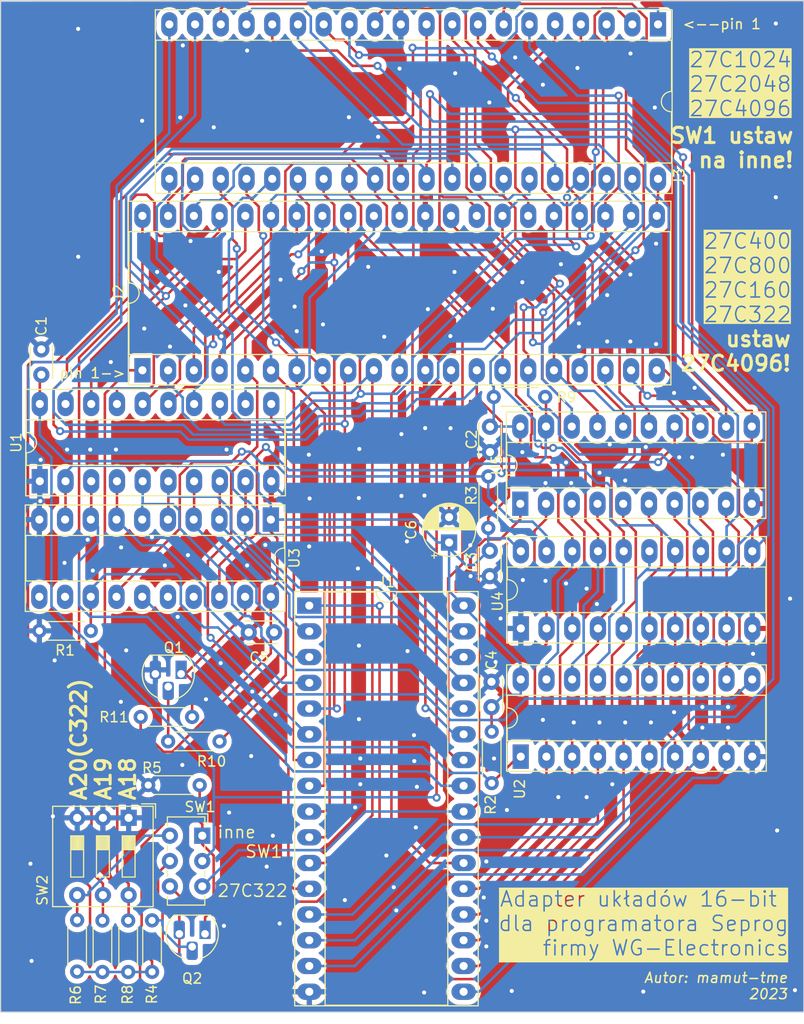
<source format=kicad_pcb>
(kicad_pcb (version 20221018) (generator pcbnew)
  (layers (0 "F.Cu" signal "Górna sygnałowa") (31 "B.Cu" signal "Dolna sygnałowa") (34 "B.Paste" user "Dolna pasty") (35 "F.Paste" user "Górna pasty") (36 "B.SilkS" user "Dolna opisowa") (37 "F.SilkS" user "Górna opisowa") (38 "B.Mask" user "Dolna sodermaski") (39 "F.Mask" user "Górna soldermaski") (44 "Edge.Cuts" user "Krawędziowa"))
  (net 0 "")
  (net 1 "VCC")
  (net 2 "GND")
  (net 3 "/_A14")
  (net 4 "/A_Latch")
  (net 5 "/~{G}")
  (net 6 "/VPP")
  (net 7 "/_A15")
  (net 8 "/_A11")
  (net 9 "/A6")
  (net 10 "/A5")
  (net 11 "/A4")
  (net 12 "/A3")
  (net 13 "/A2")
  (net 14 "/A1")
  (net 15 "/A0")
  (net 16 "/~{WR_Low}")
  (net 17 "/D0")
  (net 18 "/D1")
  (net 19 "/D2")
  (net 20 "/D3")
  (net 21 "/D4")
  (net 22 "/D5")
  (net 23 "/D6")
  (net 24 "/D7")
  (net 25 "/~{E}")
  (net 26 "/A9")
  (net 27 "/_A10")
  (net 28 "/A8")
  (net 29 "/A7")
  (net 30 "/_A12")
  (net 31 "/_A13")
  (net 32 "/_A16")
  (net 33 "/_A17")
  (net 34 "/B0")
  (net 35 "/A17")
  (net 36 "/Q0")
  (net 37 "/Q8")
  (net 38 "/Q1")
  (net 39 "/Q9")
  (net 40 "/Q2")
  (net 41 "/Q10")
  (net 42 "/Q3")
  (net 43 "/Q11")
  (net 44 "/Q4")
  (net 45 "/Q12")
  (net 46 "/Q5")
  (net 47 "/Q13")
  (net 48 "/Q6")
  (net 49 "/Q14")
  (net 50 "/Q7")
  (net 51 "/Q15")
  (net 52 "/~{BYTE}{slash}VPP")
  (net 53 "/A16")
  (net 54 "/A15")
  (net 55 "/A14")
  (net 56 "/A13")
  (net 57 "/A12")
  (net 58 "/A11")
  (net 59 "/A10")
  (net 60 "/B1")
  (net 61 "Net-(J2-Pin_13)")
  (net 62 "/B2{slash}A20")
  (net 63 "/~{WR}")
  (net 64 "/~{RD_Low}")
  (net 65 "/~{RDWR_High}")
  (net 66 "Net-(Q1-C)")
  (net 67 "Net-(Q1-B)")
  (net 68 "Net-(Q2-C)")
  (net 69 "Net-(Q2-B)")
  (footprint "Capacitor_THT:C_Disc_D3.0mm_W2.0mm_P2.50mm" (layer "F.Cu") (at 20.828 51.542 90)
    (fp_text reference "C1")
    (fp_text value "100n")
  )
  (footprint "Resistor_THT:R_Axial_DIN0204_L3.6mm_D1.6mm_P5.08mm_Horizontal" (layer "F.Cu") (at 26.860251 110.473494 90)
    (fp_text reference "R7")
    (fp_text value "1k")
  )
  (footprint "Package_DIP:DIP-32_W15.24mm_Socket_LongPads" (layer "F.Cu") (at 47.287251 74.321894)
    (fp_text reference "J1")
    (fp_text value "DIP32_SEPROG")
  )
  (footprint "Package_DIP:DIP-20_W7.62mm_Socket_LongPads" (layer "F.Cu") (at 20.673251 62.049494 90)
    (fp_text reference "U1")
    (fp_text value "74HC574")
  )
  (footprint "Package_TO_SOT_THT:TO-92_HandSolder" (layer "F.Cu") (at 36.990251 106.711494 180)
    (fp_text reference "Q2")
    (fp_text value "BC327")
  )
  (footprint "Resistor_THT:R_Axial_DIN0204_L3.6mm_D1.6mm_P5.08mm_Horizontal" (layer "F.Cu") (at 31.380251 92.031494)
    (fp_text reference "R5")
    (fp_text value "10k")
  )
  (footprint "Package_DIP:DIP-42_W15.24mm_Socket_LongPads" (layer "F.Cu") (at 30.808251 51.105494 90)
    (fp_text reference "J2")
    (fp_text value "Podstawka ZIF")
  )
  (footprint "Package_DIP:DIP-20_W7.62mm_Socket_LongPads" (layer "F.Cu") (at 68.178251 76.575494 90)
    (fp_text reference "U4")
    (fp_text value "74HC245")
  )
  (footprint "Button_Switch_THT:SW_E-Switch_EG1271_SPDT" (layer "F.Cu") (at 36.720251 97.023994 -90)
    (fp_text reference "SW1")
    (fp_text value "SW_DPDT_x2")
  )
  (footprint "Resistor_THT:R_Axial_DIN0204_L3.6mm_D1.6mm_P5.08mm_Horizontal" (layer "F.Cu") (at 29.400251 110.473494 90)
    (fp_text reference "R8")
    (fp_text value "1k")
  )
  (footprint "Capacitor_THT:CP_Radial_D5.0mm_P2.50mm" (layer "F.Cu") (at 61.093251 68.095494 90)
    (fp_text reference "C6")
    (fp_text value "47u")
  )
  (footprint "Package_DIP:DIP-20_W7.62mm_Socket_LongPads" (layer "F.Cu") (at 43.488251 65.835494 -90)
    (fp_text reference "U3")
    (fp_text value "74HC245")
  )
  (footprint "Package_DIP:DIP-40_W15.24mm_Socket_LongPads" (layer "F.Cu") (at 81.728251 16.975494 -90)
    (fp_text reference "J3")
    (fp_text value "27Cx096")
  )
  (footprint "Resistor_THT:R_Axial_DIN0204_L3.6mm_D1.6mm_P5.08mm_Horizontal" (layer "F.Cu") (at 38.426251 87.719494 180)
    (fp_text reference "R10")
    (fp_text value "1k")
  )
  (footprint "Capacitor_THT:C_Disc_D3.0mm_W2.0mm_P2.50mm" (layer "F.Cu") (at 65.113251 68.915494 -90)
    (fp_text reference "C3")
    (fp_text value "100n")
  )
  (footprint "Resistor_THT:R_Axial_DIN0204_L3.6mm_D1.6mm_P5.08mm_Horizontal" (layer "F.Cu") (at 25.708251 76.815494 180)
    (fp_text reference "R1")
    (fp_text value "47k")
  )
  (footprint "Resistor_THT:R_Axial_DIN0204_L3.6mm_D1.6mm_P5.08mm_Horizontal" (layer "F.Cu") (at 70.583251 53.735494 180)
    (fp_text reference "R9")
    (fp_text value "47k")
  )
  (footprint "Resistor_THT:R_Axial_DIN0204_L3.6mm_D1.6mm_P5.08mm_Horizontal" (layer "F.Cu") (at 65.301251 91.839494 90)
    (fp_text reference "R2")
    (fp_text value "47k")
  )
  (footprint "Resistor_THT:R_Axial_DIN0204_L3.6mm_D1.6mm_P5.08mm_Horizontal" (layer "F.Cu") (at 31.760251 110.461494 90)
    (fp_text reference "R4")
    (fp_text value "220R")
  )
  (footprint "Capacitor_THT:C_Disc_D3.0mm_W2.0mm_P2.50mm" (layer "F.Cu") (at 41.306251 76.959494)
    (fp_text reference "C5")
    (fp_text value "100n")
  )
  (footprint "Button_Switch_THT:SW_DIP_SPSTx03_Slide_9.78x9.8mm_W7.62mm_P2.54mm" (layer "F.Cu") (at 29.445251 95.263994 -90)
    (fp_text reference "SW2")
    (fp_text value "SW_DIP_x03")
  )
  (footprint "Package_DIP:DIP-20_W7.62mm_Socket_LongPads" (layer "F.Cu") (at 68.128251 64.275494 90)
    (fp_text reference "U5")
    (fp_text value "74HC245")
  )
  (footprint "Resistor_THT:R_Axial_DIN0204_L3.6mm_D1.6mm_P5.08mm_Horizontal" (layer "F.Cu") (at 24.360251 110.431494 90)
    (fp_text reference "R6")
    (fp_text value "1k")
  )
  (footprint "Package_DIP:DIP-20_W7.62mm_Socket_LongPads" (layer "F.Cu") (at 68.168251 89.225494 90)
    (fp_text reference "U2")
    (fp_text value "74HC574")
  )
  (footprint "Resistor_THT:R_Axial_DIN0204_L3.6mm_D1.6mm_P5.08mm_Horizontal" (layer "F.Cu") (at 64.963251 61.575494 -90)
    (fp_text reference "R3")
    (fp_text value "47k")
  )
  (footprint "Capacitor_THT:C_Disc_D3.0mm_W2.0mm_P2.50mm" (layer "F.Cu") (at 65.281251 81.839494 -90)
    (fp_text reference "C4")
    (fp_text value "100n")
  )
  (footprint "Capacitor_THT:C_Disc_D3.0mm_W2.0mm_P2.50mm" (layer "F.Cu") (at 65.133251 56.675494 -90)
    (fp_text reference "C2")
    (fp_text value "100n")
  )
  (footprint "Resistor_THT:R_Axial_DIN0204_L3.6mm_D1.6mm_P5.08mm_Horizontal" (layer "F.Cu") (at 30.636251 85.309494)
    (fp_text reference "R11")
    (fp_text value "47k")
  )
  (footprint "Package_TO_SOT_THT:TO-92_HandSolder" (layer "F.Cu") (at 34.626251 81.059494 180)
    (fp_text reference "Q1")
    (fp_text value "BC547")
  )
  (gr_rect (start 16.806051 14.620094) (end 96.114051 114.434694) (stroke (width 0.1)) (fill none) (layer "Edge.Cuts"))
  (gr_text "pin 1->" (at 29.21 50.8) (layer "F.SilkS") (effects (font (size 1 1)) (justify right top)))
  (gr_text "A20(C322)\nA19\nA18" (at 26.940251 93.681494 90) (layer "F.SilkS") (effects (font (size 1.5 1.5) (thickness 0.3)) (justify left)))
  (gr_text "Adapter układów 16-bit \ndla programatora Seprog\nfirmy WG-Electronics" (at 94.718251 105.685494) (layer "F.SilkS" knockout) (effects (font (size 1.5 1.5)) (justify right)))
  (gr_text "27C400\n27C800\n27C160\n27C322" (at 94.996 46.482) (layer "F.SilkS" knockout) (effects (font (size 1.5 1.5)) (justify right bottom)))
  (gr_text "inne\n   SW1\n\n27C322" (at 38.13 103.16) (layer "F.SilkS") (effects (font (size 1.2 1.2)) (justify left bottom)))
  (gr_text "Autor: mamut-tme\n2023" (at 94.618251 111.845494) (layer "F.SilkS") (effects (font (size 1 1) (thickness 0.15) italic) (justify right)))
  (gr_text "<--pin 1" (at 84.074 17.526) (layer "F.SilkS") (effects (font (size 1 1)) (justify left bottom)))
  (gr_text "SW1 ustaw\nna inne!" (at 95.25 31.242) (layer "F.SilkS") (effects (font (size 1.5 1.5) (thickness 0.3) bold) (justify right bottom)))
  (gr_text "27C1024\n27C2048\n27C4096" (at 94.996 26.162) (layer "F.SilkS" knockout) (effects (font (size 1.5 1.5)) (justify right bottom)))
  (gr_text "ustaw\n27C4096!" (at 94.996 51.308) (layer "F.SilkS") (effects (font (size 1.5 1.5) (thickness 0.3) bold) (justify right bottom)))
  (segment (start 31.760251 109.4173) (end 30.732951 108.39) (width 0.25) (layer "F.Cu") (net 1))
  (segment (start 81.728251 32.215494) (end 81.728251 34.220394) (width 0.25) (layer "F.Cu") (net 1))
  (segment (start 43.488251 67.045494) (end 44.128251 67.685494) (width 0.25) (layer "F.Cu") (net 1))
  (segment (start 65.281251 84.339494) (end 65.281251 85.714394) (width 0.25) (layer "F.Cu") (net 1))
  (segment (start 43.488251 79.034894) (end 33.769351 88.753794) (width 0.25) (layer "F.Cu") (net 1))
  (segment (start 31.760251 110.461494) (end 31.760251 109.4173) (width 0.25) (layer "F.Cu") (net 1))
  (segment (start 64.963251 66.655494) (end 64.963251 65.630394) (width 0.25) (layer "F.Cu") (net 1))
  (segment (start 81.728251 34.220394) (end 81.608251 34.340394) (width 0.25) (layer "F.Cu") (net 1))
  (segment (start 20.673251 51.696749) (end 20.828 51.542) (width 0.25) (layer "F.Cu") (net 1))
  (segment (start 81.608251 35.865494) (end 81.608251 34.340394) (width 0.25) (layer "F.Cu") (net 1))
  (segment (start 68.128251 58.180594) (end 67.003051 59.305794) (width 0.25) (layer "F.Cu") (net 1))
  (segment (start 65.301251 86.759494) (end 65.301251 85.734394) (width 0.25) (layer "F.Cu") (net 1))
  (segment (start 67.003051 59.305794) (end 67.003051 63.590594) (width 0.25) (layer "F.Cu") (net 1))
  (segment (start 43.488251 65.835494) (end 43.488251 67.045494) (width 0.25) (layer "F.Cu") (net 1))
  (segment (start 33.769351 88.753794) (end 32.893651 88.753794) (width 0.25) (layer "F.Cu") (net 1))
  (segment (start 20.673251 54.429494) (end 20.673251 51.696749) (width 0.25) (layer "F.Cu") (net 1))
  (segment (start 43.488251 73.455494) (end 43.488251 74.980594) (width 0.25) (layer "F.Cu") (net 1))
  (segment (start 43.488251 76.345794) (end 43.488251 76.641494) (width 0.25) (layer "F.Cu") (net 1))
  (segment (start 68.128251 56.655494) (end 68.128251 58.180594) (width 0.25) (layer "F.Cu") (net 1))
  (segment (start 32.893651 88.753794) (end 30.636251 86.496394) (width 0.25) (layer "F.Cu") (net 1))
  (segment (start 67.003051 63.590594) (end 64.963251 65.630394) (width 0.25) (layer "F.Cu") (net 1))
  (segment (start 44.128251 67.685494) (end 44.128251 72.025494) (width 0.25) (layer "F.Cu") (net 1))
  (segment (start 30.636251 86.496394) (end 30.636251 85.309494) (width 0.25) (layer "F.Cu") (net 1))
  (segment (start 43.488251 76.345794) (end 43.488251 79.034894) (width 0.25) (layer "F.Cu") (net 1))
  (segment (start 43.488251 76.641494) (end 43.806251 76.959494) (width 0.25) (layer "F.Cu") (net 1))
  (segment (start 43.488251 74.980594) (end 43.488251 76.345794) (width 0.25) (layer "F.Cu") (net 1))
  (segment (start 43.488251 72.665494) (end 43.488251 73.455494) (width 0.25) (layer "F.Cu") (net 1))
  (segment (start 32.893651 88.753794) (end 32.893651 95.890594) (width 0.25) (layer "F.Cu") (net 1))
  (segment (start 30.732951 98.051294) (end 30.732951 108.39) (width 0.25) (layer "F.Cu") (net 1))
  (segment (start 32.893651 95.890594) (end 30.732951 98.051294) (width 0.25) (layer "F.Cu") (net 1))
  (segment (start 44.128251 72.025494) (end 43.488251 72.665494) (width 0.25) (layer "F.Cu") (net 1))
  (segment (start 65.281251 85.714394) (end 65.301251 85.734394) (width 0.25) (layer "F.Cu") (net 1))
  (segment (start 43.488251 64.310394) (end 42.263251 63.085394) (width 0.25) (layer "B.Cu") (net 1))
  (segment (start 31.748251 110.473494) (end 29.400251 110.473494) (width 0.25) (layer "B.Cu") (net 1))
  (segment (start 68.168251 81.605494) (end 68.168251 83.130594) (width 0.25) (layer "B.Cu") (net 1))
  (segment (start 65.503251 53.735494) (end 65.503251 54.760594) (width 0.25) (layer "B.Cu") (net 1))
  (segment (start 61.093251 72.887894) (end 61.093251 68.095494) (width 0.25) (layer "B.Cu") (net 1))
  (segment (start 24.360251 110.431494) (end 24.402251 110.473494) (width 0.25) (layer "B.Cu") (net 1))
  (segment (start 41.021151 60.074194) (end 23.244194 60.074194) (width 0.25) (layer "B.Cu") (net 1))
  (segment (start 68.168251 81.605494) (end 68.168251 80.080394) (width 0.25) (layer "B.Cu") (net 1))
  (segment (start 65.153251 56.655494) (end 65.133251 56.675494) (width 0.25) (layer "B.Cu") (net 1))
  (segment (start 63.560651 70.318094) (end 62.753251 70.318094) (width 0.25) (layer "B.Cu") (net 1))
  (segment (start 42.263251 63.085394) (end 42.263251 61.316294) (width 0.25) (layer "B.Cu") (net 1))
  (segment (start 31.760251 110.461494) (end 31.748251 110.473494) (width 0.25) (layer "B.Cu") (net 1))
  (segment (start 65.503251 56.675494) (end 65.503251 54.760594) (width 0.25) (layer "B.Cu") (net 1))
  (segment (start 24.402251 110.473494) (end 26.860251 110.473494) (width 0.25) (layer "B.Cu") (net 1))
  (segment (start 43.488251 65.835494) (end 43.488251 64.310394) (width 0.25) (layer "B.Cu") (net 1))
  (segment (start 64.963251 68.915494) (end 64.963251 67.680594) (width 0.25) (layer "B.Cu") (net 1))
  (segment (start 42.263251 61.316294) (end 41.021151 60.074194) (width 0.25) (layer "B.Cu") (net 1))
  (segment (start 68.178251 68.955494) (end 66.903351 67.680594) (width 0.25) (layer "B.Cu") (net 1))
  (segment (start 81.608251 36.048994) (end 70.224051 47.433194) (width 0.25) (layer "B.Cu") (net 1))
  (segment (start 66.903351 67.680594) (end 64.963251 67.680594) (width 0.25) (layer "B.Cu") (net 1))
  (segment (start 29.400251 110.473494) (end 26.860251 110.473494) (width 0.25) (layer "B.Cu") (net 1))
  (segment (start 64.963251 68.915494) (end 63.560651 70.318094) (width 0.25) (layer "B.Cu") (net 1))
  (segment (start 70.224051 47.433194) (end 68.033351 47.433194) (width 0.25) (layer "B.Cu") (net 1))
  (segment (start 65.113251 68.915494) (end 64.963251 68.915494) (width 0.25) (layer "B.Cu") (net 1))
  (segment (start 23.244194 60.074194) (end 20.673251 57.503251) (width 0.25) (layer "B.Cu") (net 1))
  (segment (start 64.963251 66.655494) (end 64.963251 67.680594) (width 0.25) (layer "B.Cu") (net 1))
  (segment (start 68.128251 56.655494) (end 65.153251 56.655494) (width 0.25) (layer "B.Cu") (net 1))
  (segment (start 65.193951 52.401094) (end 65.503251 52.710394) (width 0.25) (layer "B.Cu") (net 1))
  (segment (start 68.033351 47.433194) (end 65.193951 50.272594) (width 0.25) (layer "B.Cu") (net 1))
  (segment (start 62.753251 70.318094) (end 61.093251 68.658094) (width 0.25) (layer "B.Cu") (net 1))
  (segment (start 20.673251 57.503251) (end 20.673251 54.429494) (width 0.25) (layer "B.Cu") (net 1))
  (segment (start 62.721451 74.633594) (end 68.168251 80.080394) (width 0.25) (layer "B.Cu") (net 1))
  (segment (start 61.093251 68.095494) (end 60.530651 68.095494) (width 0.25) (layer "B.Cu") (net 1))
  (segment (start 65.503251 52.710394) (end 65.503251 53.735494) (width 0.25) (layer "B.Cu") (net 1))
  (segment (start 60.530651 68.095494) (end 59.968151 68.095494) (width 0.25) (layer "B.Cu") (net 1))
  (segment (start 57.708151 65.835494) (end 59.968151 68.095494) (width 0.25) (layer "B.Cu") (net 1))
  (segment (start 68.168251 83.130594) (end 66.490151 83.130594) (width 0.25) (layer "B.Cu") (net 1))
  (segment (start 65.503251 56.675494) (end 65.133251 56.675494) (width 0.25) (layer "B.Cu") (net 1))
  (segment (start 61.093251 68.658094) (end 61.093251 68.095494) (width 0.25) (layer "B.Cu") (net 1))
  (segment (start 65.193951 50.272594) (end 65.193951 52.401094) (width 0.25) (layer "B.Cu") (net 1))
  (segment (start 62.527251 74.321894) (end 61.093251 72.887894) (width 0.25) (layer "B.Cu") (net 1))
  (segment (start 66.490151 83.130594) (end 65.281251 84.339494) (width 0.25) (layer "B.Cu") (net 1))
  (segment (start 43.488251 65.835494) (end 57.708151 65.835494) (width 0.25) (layer "B.Cu") (net 1))
  (segment (start 81.608251 35.865494) (end 81.608251 36.048994) (width 0.25) (layer "B.Cu") (net 1))
  (segment (start 58.748251 51.105494) (end 58.748251 56.791749) (width 0.25) (layer "F.Cu") (net 2))
  (segment (start 58.748251 39.555494) (end 61.628251 42.435494) (width 0.25) (layer "F.Cu") (net 2))
  (segment (start 41.306251 76.959494) (end 42.363251 75.902494) (width 0.25) (layer "F.Cu") (net 2))
  (segment (start 63.218251 68.395494) (end 63.188251 68.365494) (width 0.25) (layer "F.Cu") (net 2))
  (segment (start 66.108251 111.175494) (end 67.278251 112.345494) (width 0.25) (layer "F.Cu") (net 2))
  (segment (start 56.328251 28.896251) (end 55.626 28.194) (width 0.25) (layer "F.Cu") (net 2))
  (segment (start 42.363251 68.912258) (end 42.943882 68.331627) (width 0.25) (layer "F.Cu") (net 2))
  (segment (start 56.328251 21.005494) (end 51.198251 26.135494) (width 0.25) (layer "F.Cu") (net 2))
  (segment (start 63.218251 71.415494) (end 63.218251 68.395494) (width 0.25) (layer "F.Cu") (net 2))
  (segment (start 54.216757 28.194) (end 54.088251 28.065494) (width 0.25) (layer "F.Cu") (net 2))
  (segment (start 61.368251 59.215494) (end 61.093251 59.490494) (width 0.25) (layer "F.Cu") (net 2))
  (segment (start 42.363251 75.902494) (end 42.363251 68.912258) (width 0.25) (layer "F.Cu") (net 2))
  (segment (start 58.748251 35.865494) (end 58.748251 39.555494) (width 0.25) (layer "F.Cu") (net 2))
  (segment (start 55.626 28.194) (end 54.216757 28.194) (width 0.25) (layer "F.Cu") (net 2))
  (segment (start 58.748251 56.828251) (end 58.748251 63.375494) (width 0.25) (layer "F.Cu") (net 2))
  (segment (start 56.328251 32.215494) (end 56.328251 28.896251) (width 0.25) (layer "F.Cu") (net 2))
  (segment (start 58.73 56.81) (end 58.748251 56.828251) (width 0.25) (layer "F.Cu") (net 2))
  (segment (start 56.328251 16.975494) (end 56.328251 21.005494) (width 0.25) (layer "F.Cu") (net 2))
  (segment (start 58.748251 56.791749) (end 58.73 56.81) (width 0.25) (layer "F.Cu") (net 2))
  (segment (start 59.948251 111.175494) (end 66.108251 111.175494) (width 0.25) (layer "F.Cu") (net 2))
  (segment (start 58.628251 112.495494) (end 59.948251 111.175494) (width 0.25) (layer "F.Cu") (net 2))
  (segment (start 61.093251 59.490494) (end 61.093251 65.595494) (width 0.25) (layer "F.Cu") (net 2))
  (segment (start 58.748251 63.375494) (end 58.658251 63.465494) (width 0.25) (layer "F.Cu") (net 2))
  (via (at 65.688251 79.885494) (size 0.8) (drill 0.4) (layers "F.Cu" "B.Cu") (net 2))
  (via (at 54.9 98.98) (size 0.8) (drill 0.4) (layers "F.Cu" "B.Cu") (net 2))
  (via (at 58.658251 63.465494) (size 0.8) (drill 0.4) (layers "F.Cu" "B.Cu") (net 2))
  (via (at 28.678251 83.815494) (size 0.8) (drill 0.4) (layers "F.Cu" "B.Cu") (net 2))
  (via (at 81.41 25.18) (size 0.8) (drill 0.4) (layers "F.Cu" "B.Cu") (net 2))
  (via (at 27.686 50.292) (size 0.8) (drill 0.4) (layers "F.Cu" "B.Cu") (net 2))
  (via (at 25.908 70.866) (size 0.8) (drill 0.4) (layers "F.Cu" "B.Cu") (net 2))
  (via (at 64.77 105.41) (size 0.8) (drill 0.4) (layers "F.Cu" "B.Cu") (net 2))
  (via (at 23.368 58.928) (size 0.8) (drill 0.4) (layers "F.Cu" "B.Cu") (net 2))
  (via (at 51.198251 26.135494) (size 0.8) (drill 0.4) (layers "F.Cu" "B.Cu") (net 2))
  (via (at 35.306 69.342) (size 0.8) (drill 0.4) (layers "F.Cu" "B.Cu") (net 2))
  (via (at 74.676 72.644) (size 0.8) (drill 0.4) (layers "F.Cu" "B.Cu") (net 2))
  (via (at 41.656 82.804) (size 0.8) (drill 0.4) (layers "F.Cu" "B.Cu") (net 2))
  (via (at 39.37 94.742) (size 0.8) (drill 0.4) (layers "F.Cu" "B.Cu") (net 2))
  (via (at 41.148 70.358) (size 0.8) (drill 0.4) (layers "F.Cu" "B.Cu") (net 2))
  (via (at 61.628251 41.402) (size 0.8) (drill 0.4) (layers "F.Cu" "B.Cu") (net 2))
  (via (at 71.882 93.218) (size 0.8) (drill 0.4) (layers "F.Cu" "B.Cu") (net 2))
  (via (at 61.7 21.8) (size 0.8) (drill 0.4) (layers "F.Cu" "B.Cu") (net 2))
  (via (at 33.528 48.768) (size 0.8) (drill 0.4) (layers "F.Cu" "B.Cu") (net 2))
  (via (at 78.994 41.656) (size 0.8) (drill 0.4) (layers "F.Cu" "B.Cu") (net 2))
  (via (at 52.09 70.66) (size 0.8) (drill 0.4) (layers "F.Cu" "B.Cu") (net 2))
  (via (at 57.63 87.11) (size 0.8) (drill 0.4) (layers "F.Cu" "B.Cu") (net 2))
  (via (at 45.84 44.82) (size 0.8) (drill 0.4) (layers "F.Cu" "B.Cu") (net 2))
  (via (at 80.518 58.674) (size 0.8) (drill 0.4) (layers "F.Cu" "B.Cu") (net 2))
  (via (at 74.676 93.218) (size 0.8) (drill 0.4) (layers "F.Cu" "B.Cu") (net 2))
  (via (at 56.93 67.99) (size 0.8) (drill 0.4) (layers "F.Cu" "B.Cu") (net 2))
  (via (at 67.62 20.24) (size 0.8) (drill 0.4) (layers "F.Cu" "B.Cu") (net 2))
  (via (at 64.77 107.95) (size 0.8) (drill 0.4) (layers "F.Cu" "B.Cu") (net 2))
  (via (at 25.4 67.818) (size 0.8) (drill 0.4) (layers "F.Cu" "B.Cu") (net 2))
  (via (at 73.152 62.23) (size 0.8) (drill 0.4) (layers "F.Cu" "B.Cu") (net 2))
  (via (at 34.748251 90.045494) (size 0.8) (drill 0.4) (layers "F.Cu" "B.Cu") (net 2))
  (via (at 34.544 26.162) (size 0.8) (drill 0.4) (layers "F.Cu" "B.Cu") (net 2))
  (via (at 57.658 89.662) (size 0.8) (drill 0.4) (layers "F.Cu" "B.Cu") (net 2))
  (via (at 20.72 64.01) (size 0.8) (drill 0.4) (layers "F.Cu" "B.Cu") (net 2))
  (via (at 64.77 99.568) (size 0.8) (drill 0.4) (layers "F.Cu" "B.Cu") (net 2))
  (via (at 70.358 85.598) (size 0.8) (drill 0.4) (layers "F.Cu" "B.Cu") (net 2))
  (via (at 61.22 47.73) (size 0.8) (drill 0.4) (layers "F.Cu" "B.Cu") (net 2))
  (via (at 70.358 22.93) (size 0.8) (drill 0.4) (layers "F.Cu" "B.Cu") (net 2))
  (via (at 35.56 38.354) (size 0.8) (drill 0.4) (layers "F.Cu" "B.Cu") (net 2))
  (via (at 53.108251 40.895494) (size 0.8) (drill 0.4) (layers "F.Cu" "B.Cu") (net 2))
  (via (at 76.708 43.688) (size 0.8) (drill 0.4) (layers "F.Cu" "B.Cu") (net 2))
  (via (at 65.532 89.408) (size 0.8) (drill 0.4) (layers "F.Cu" "B.Cu") (net 2))
  (via (at 46.05 47.25) (size 0.8) (drill 0.4) (layers "F.Cu" "B.Cu") (net 2))
  (via (at 75.946 61.214) (size 0.8) (drill 0.4) (layers "F.Cu" "B.Cu") (net 2))
  (via (at 72.136 40.64) (size 0.8) (drill 0.4) (layers "F.Cu" "B.Cu") (net 2))
  (via (at 39.116 58.928) (size 0.8) (drill 0.4) (layers "F.Cu" "B.Cu") (net 2))
  (via (at 33.02 70.358) (size 0.8) (drill 0.4) (layers "F.Cu" "B.Cu") (net 2))
  (via (at 29.21 78.74) (size 0.8) (drill 0.4) (layers "F.Cu" "B.Cu") (net 2))
  (via (at 20.76 59.94) (size 0.8) (drill 0.4) (layers "F.Cu" "B.Cu") (net 2))
  (via (at 47.318251 63.755494) (size 0.8) (drill 0.4) (layers "F.Cu" "B.Cu") (net 2))
  (via (at 85.344 52.832) (size 0.8) (drill 0.4) (layers "F.Cu" "B.Cu") (net 2))
  (via (at 68.326 42.418) (size 0.8) (drill 0.4) (layers "F.Cu" "B.Cu") (net 2))
  (via (at 72.644 72.136) (size 0.8) (drill 0.4) (layers "F.Cu" "B.Cu") (net 2))
  (via (at 54.688251 47.795494) (size 0.8) (drill 0.4) (layers "F.Cu" "B.Cu") (net 2))
  (via (at 75.692 74.168) (size 0.8) (drill 0.4) (layers "F.Cu" "B.Cu") (net 2))
  (via (at 93.49 96.51) (size 0.8) (drill 0.4) (layers "F.Cu" "B.Cu") (net 2))
  (via (at 64.516 103.124) (size 0.8) (drill 0.4) (layers "F.Cu" "B.Cu") (net 2))
  (via (at 52.23 58.87) (size 0.8) (drill 0.4) (layers "F.Cu" "B.Cu") (net 2))
  (via (at 47.278251 68.485094) (size 0.8) (drill 0.4) (layers "F.Cu" "B.Cu") (net 2))
  (via (at 78.486 61.976) (size 0.8) (drill 0.4) (layers "F.Cu" "B.Cu") (net 2))
  (via (at 43.942 85.09) (size 0.8) (drill 0.4) (layers "F.Cu" "B.Cu") (net 2))
  (via (at 76.708 48.26) (size 0.8) (drill 0.4) (layers "F.Cu" "B.Cu") (net 2))
  (via (at 56.2 21.34) (size 0.8) (drill 0.4) (layers "F.Cu" "B.Cu") (net 2))
  (via (at 38.354 41.402) (size 0.8) (drill 0.4) (layers "F.Cu" "B.Cu") (net 2))
  (via (at 72.644 60.198) (size 0.8) (drill 0.4) (layers "F.Cu" "B.Cu") (net 2))
  (via (at 41.55 89.17) (size 0.8) (drill 0.4) (layers "F.Cu" "B.Cu") (net 2))
  (via (at 48.64 46.58) (size 0.8) (drill 0.4) (layers "F.Cu" "B.Cu") (net 2))
  (via (at 76.962 58.42) (size 0.8) (drill 0.4) (layers "F.Cu" "B.Cu") (net 2))
  (via (at 52.324 89.408) (size 0.8) (drill 0.4) (layers "F.Cu" "B.Cu") (net 2))
  (via (at 66.178251 75.595494) (size 0.8) (drill 0.4) (layers "F.Cu" "B.Cu") (net 2))
  (via (at 80.27 112.41) (size 0.8) (drill 0.4) (layers "F.Cu" "B.Cu") (net 2))
  (via (at 43.688 97.028) (size 0.8) (drill 0.4) (layers "F.Cu" "B.Cu") (net 2))
  (via (at 42.943882 68.331627) (size 0.8) (drill 0.4) (layers "F.Cu" "B.Cu") (net 2))
  (via (at 73.914 48.768) (size 0.8) (drill 0.4) (layers "F.Cu" "B.Cu") (net 2))
  (via (at 58.998251 45.075494) (size 0.8) (drill 0.4) (layers "F.Cu" "B.Cu") (net 2))
  (via (at 44.36 105.69) (size 0.8) (drill 0.4) (layers "F.Cu" "B.Cu") (net 2))
  (via (at 44.45 42.164) (size 0.8) (drill 0.4) (layers "F.Cu" "B.Cu") (net 2))
  (via (at 65.07 24.68) (size 0.8) (drill 0.4) (layers "F.Cu" "B.Cu") (net 2))
  (via (at 38.538251 79.995494) (size 0.8) (drill 0.4) (layers "F.Cu" "B.Cu") (net 2))
  (via (at 50.8 103.378) (size 0.8) (drill 0.4) (layers "F.Cu" "B.Cu") (net 2))
  (via (at 66.802 94.488) (size 0.8) (drill 0.4) (layers "F.Cu" "B.Cu") (net 2))
  (via (at 56.388 57.404) (size 0.8) (drill 0.4) (layers "F.Cu" "B.Cu") (net 2))
  (via (at 88.138 59.436) (size 0.8) (drill 0.4) (layers "F.Cu" "B.Cu") (net 2))
  (via (at 85.09 59.69) (size 0.8) (drill 0.4) (layers "F.Cu" "B.Cu") (net 2))
  (via (at 34.29 75.438) (size 0.8) (drill 0.4) (layers "F.Cu" "B.Cu") (net 2))
  (via (at 55.88 104.394) (size 0.8) (drill 0.4) (layers "F.Cu" "B.Cu") (net 2))
  (via (at 83.82 59.69) (size 0.8) (drill 0.4) (layers "F.Cu" "B.Cu") (net 2))
  (via (at 63.188251 68.365494) (size 0.8) (drill 0.4) (layers "F.Cu" "B.Cu") (net 2))
  (via (at 95.25 112.268) (size 0.8) (drill 0.4) (layers "F.Cu" "B.Cu") (net 2))
  (via (at 86.106 86.36) (size 0.8) (drill 0.4) (layers "F.Cu" "B.Cu") (net 2))
  (via (at 52.19 85.53) (size 0.8) (drill 0.4) (layers "F.Cu" "B.Cu") (net 2))
  (via (at 93.36 34.036) (size 0.8) (drill 0.4) (layers "F.Cu" "B.Cu") (net 2))
  (via (at 70.612 71.882) (size 0.8) (drill 0.4) (layers "F.Cu" "B.Cu") (net 2))
  (via (at 81.534 48.514) (size 0.8) (drill 0.4) (layers "F.Cu" "B.Cu") (net 2))
  (via (at 77.216 91.948) (size 0.8) (drill 0.4) (layers "F.Cu" "B.Cu") (net 2))
  (via (at 48.514 39.37) (size 0.8) (drill 0.4) (layers "F.Cu" "B.Cu") (net 2))
  (via (at 73.914 46.482) (size 0.8) (drill 0.4) (layers "F.Cu" "B.Cu") (net 2))
  (via (at 52.18 63.71) (size 0.8) (drill 0.4) (layers "F.Cu" "B.Cu") (net 2))
  (via (at 19.86 109.38) (size 0.8) (drill 0.4) (layers "F.Cu" "B.Cu") (net 2))
  (via (at 68.326 59.182) (size 0.8) (drill 0.4) (layers "F.Cu" "B.Cu") (net 2))
  (via (at 34.798 19.05) (size 0.8) (drill 0.4) (layers "F.Cu" "B.Cu") (net 2))
  (via (at 24.47 39.9) (size 0.8) (drill 0.4) (layers "F.Cu" "B.Cu") (net 2))
  (via (at 79.01 19.85) (size 0.8) (drill 0.4) (layers "F.Cu" "B.Cu") (net 2))
  (via (at 35.052 44.704) (size 0.8) (drill 0.4) (layers "F.Cu" "B.Cu") (net 2))
  (via (at 37.85 27.13) (size 0.8) (drill 0.4) (layers "F.Cu" "B.Cu") (net 2))
  (via (at 21.97 95.11) (size 0.8) (drill 0.4) (layers "F.Cu" "B.Cu") (net 2))
  (via (at 65.408251 45.035494) (size 0.8) (drill 0.4) (layers "F.Cu" "B.Cu") (net 2))
  (via (at 91.11 79.08) (size 0.8) (drill 0.4) (layers "F.Cu" "B.Cu") (net 2))
  (via (at 73.406 85.852) (size 0.8) (drill 0.4) (layers "F.Cu" "B.Cu") (net 2))
  (via (at 68.38 71.8) (size 0.8) (drill 0.4) (layers "F.Cu" "B.Cu") (net 2))
  (via (at 38.862 105.918) (size 0.8) (drill 0.4) (layers "F.Cu" "B.Cu") (net 2))
  (via (at 78.486 85.852) (size 0.8) (drill 0.4) (layers "F.Cu" "B.Cu") (net 2))
  (via (at 75.946 85.852) (size 0.8) (drill 0.4) (layers "F.Cu" "B.Cu") (net 2))
  (via (at 55.626 102.108) (size 0.8) (drill 0.4) (layers "F.Cu" "B.Cu") (net 2))
  (via (at 86.106 84.328) (size 0.8) (drill 0.4) (layers "F.Cu" "B.Cu") (net 2))
  (via (at 88.646 86.36) (size 0.8) (drill 0.4) (layers "F.Cu" "B.Cu") (net 2))
  (via (at 67.278251 112.345494) (size 0.8) (drill 0.4) (layers "F.Cu" "B.Cu") (net 2))
  (via (at 56.99 78.81) (size 0.8) (drill 0.4) (layers "F.Cu" "B.Cu") (net 2))
  (via (at 43.078251 100.075494) (size 0.8) (drill 0.4) (layers "F.Cu" "B.Cu") (net 2))
  (via (at 93.36 16.89) (size 0.8) (drill 0.4) (layers "F.Cu" "B.Cu") (net 2))
  (via (at 52.19 78.27) (size 0.8) (drill 0.4) (layers "F.Cu" "B.Cu") (net 2))
  (via (at 22.14 79.73) (size 0.8) (drill 0.4) (layers "F.Cu" "B.Cu") (net 2))
  (via (at 52.324 91.948) (size 0.8) (drill 0.4) (layers "F.Cu" "B.Cu") (net 2))
  (via (at 94.768251 73.635494) (size 0.8) (drill 0.4) (layers "F.Cu" "B.Cu") (net 2))
  (via (at 19.75 99.79) (size 0.8) (drill 0.4) (layers "F.Cu" "B.Cu") (net 2))
  (via (at 58.628251 112.495494) (size 0.8) (drill 0.4) (layers "F.Cu" "B.Cu") (net 2))
  (via (at 56.388 63.5) (size 0.8) (drill 0.4) (layers "F.Cu" "B.Cu") (net 2))
  (via (at 61.24 56.82) (size 0.8) (drill 0.4) (layers "F.Cu" "B.Cu") (net 2))
  (via (at 57.912 92.202) (size 0.8) (drill 0.4) (layers "F.Cu" "B.Cu") (net 2))
  (via (at 54.088251 28.065494) (size 0.8) (drill 0.4) (layers "F.Cu" "B.Cu") (net 2))
  (via (at 57.81 96.21) (size 0.8) (drill 0.4) (layers "F.Cu" "B.Cu") (net 2))
  (via (at 31.75 67.564) (size 0.8) (drill 0.4) (layers "F.Cu" "B.Cu") (net 2))
  (via (at 78.994 48.26) (size 0.8) (drill 0.4) (layers "F.Cu" "B.Cu") (net 2))
  (via (at 83.312 84.836) (size 0.8) (drill 0.4) (layers "F.Cu" "B.Cu") (net 2))
  (via (at 30.988 46.99) (size 0.8) (drill 0.4) (layers "F.Cu" "B.Cu") (net 2))
  (via (at 24.46 17.42) (size 0.8) (drill 0.4) (layers "F.Cu" "B.Cu") (net 2))
  (via (at 58.73 56.81) (size 0.8) (drill 0.4) (layers "F.Cu" "B.Cu") (net 2))
  (via (at 51.816 94.234) (size 0.8) (drill 0.4) (layers "F.Cu" "B.Cu") (net 2))
  (via (at 37.084 83.566) (size 0.8) (drill 0.4) (layers "F.Cu" "B.Cu") (net 2))
  (via (at 30.78 26.49) (size 0.8) (drill 0.4) (layers "F.Cu" "B.Cu") (net 2))
  (via (at 63.218251 71.415494) (size 0.8) (drill 0.4) (layers "F.Cu" "B.Cu") (net 2))
  (via (at 81.534 38.608) (size 0.8) (drill 0.4) (layers "F.Cu" "B.Cu") (net 2))
  (via (at 38.608 47.752) (size 0.8) (drill 0.4) (layers "F.Cu" "B.Cu") (net 2))
  (via (at 83.312 53.34) (size 0.8) (drill 0.4) (layers "F.Cu" "B.Cu") (net 2))
  (via (at 25.654 58.928) (size 0.8) (drill 0.4) (layers "F.Cu" "B.Cu") (net 2))
  (via (at 88.646 84.328) (size 0.8) (drill 0.4) (layers "F.Cu" "B.Cu") (net 2))
  (via (at 28.702 68.58) (size 0.8) (drill 0.4) (layers "F.Cu" "B.Cu") (net 2))
  (via (at 70.612 62.23) (size 0.8) (drill 0.4) (layers "F.Cu" "B.Cu") (net 2))
  (via (at 81.026 85.852) (size 0.8) (drill 0.4) (layers "F.Cu" "B.Cu") (net 2))
  (via (at 73.77 21.28) (size 0.8) (drill 0.4) (layers "F.Cu" "B.Cu") (net 2))
  (via (at 28.194 58.928) (size 0.8) (drill 0.4) (layers "F.Cu" "B.Cu") (net 2))
  (via (at 47.244 59.436) (size 0.8) (drill 0.4) (layers "F.Cu" "B.Cu") (net 2))
  (via (at 32.258 41.402) (size 0.8) (drill 0.4) (layers "F.Cu" "B.Cu") (net 2))
  (via (at 41.148 19.558) (size 0.8) (drill 0.4) (layers "F.Cu" "B.Cu") (net 2))
  (via (at 23.114 70.104) (size 0.8) (drill 0.4) (layers "F.Cu" "B.Cu") (net 2))
  (segment (start 47.138651 68.345494) (end 47.278251 68.485094) (width 0.25) (layer "B.Cu") (net 2))
  (segment (start 61.628251 42.435494) (end 61.628251 42.445494) (width 0.25) (layer "B.Cu") (net 2))
  (segment (start 45.208251 63.895494) (end 43.533251 62.220494) (width 0.25) (layer "B.Cu") (net 2))
  (segment (start 53.128251 28.065494) (end 51.198251 26.135494) (width 0.25) (layer "B.Cu") (net 2))
  (segment (start 46.578251 68.345494) (end 47.138651 68.345494) (width 0.25) (layer "B.Cu") (net 2))
  (segment (start 38.358251 79.995494) (end 38.538251 79.995494) (width 0.25) (layer "B.Cu") (net 2))
  (segment (start 61.408251 59.175494) (end 61.368251 59.215494) (width 0.25) (layer "B.Cu") (net 2))
  (segment (start 54.088251 28.065494) (end 53.128251 28.065494) (width 0.25) (layer "B.Cu") (net 2))
  (segment (start 46.486651 63.895494) (end 45.208251 63.895494) (width 0.25) (layer "B.Cu") (net 2))
  (segment (start 65.113251 71.415494) (end 63.218251 71.415494) (width 0.25) (layer "B.Cu") (net 2))
  (segment (start 65.133251 59.175494) (end 61.408251 59.175494) (width 0.25) (layer "B.Cu") (net 2))
  (segment (start 46.564384 68.331627) (end 46.578251 68.345494) (width 0.25) (layer "B.Cu") (net 2))
  (segment (start 42.943882 68.331627) (end 46.564384 68.331627) (width 0.25) (layer "B.Cu") (net 2))
  (segment (start 61.628251 42.445494) (end 58.998251 45.075494) (width 0.25) (layer "B.Cu") (net 2))
  (segment (start 35.618251 77.255494) (end 38.358251 79.995494) (width 0.25) (layer "B.Cu") (net 2))
  (segment (start 43.533251 62.220494) (end 43.533251 62.049494) (width 0.25) (layer "B.Cu") (net 2))
  (segment (start 35.913251 65.790494) (end 35.868251 65.835494) (width 0.25) (layer "F.Cu") (net 3))
  (segment (start 35.913251 62.049494) (end 35.913251 65.790494) (width 0.25) (layer "F.Cu") (net 3))
  (segment (start 42.073451 72.570094) (end 35.868251 66.364895) (width 0.25) (layer "B.Cu") (net 3))
  (segment (start 45.187551 78.827294) (end 45.187551 76.721094) (width 0.25) (layer "B.Cu") (net 3))
  (segment (start 43.714651 75.248194) (end 43.289651 75.248194) (width 0.25) (layer "B.Cu") (net 3))
  (segment (start 43.289651 75.248194) (end 42.073451 74.031994) (width 0.25) (layer "B.Cu") (net 3))
  (segment (start 35.868251 66.364895) (end 35.868251 65.835494) (width 0.25) (layer "B.Cu") (net 3))
  (segment (start 45.187551 76.721094) (end 43.714651 75.248194) (width 0.25) (layer "B.Cu") (net 3))
  (segment (start 42.073451 74.031994) (end 42.073451 72.570094) (width 0.25) (layer "B.Cu") (net 3))
  (segment (start 45.762151 79.401894) (end 45.187551 78.827294) (width 0.25) (layer "B.Cu") (net 3))
  (segment (start 47.287251 79.401894) (end 45.762151 79.401894) (width 0.25) (layer "B.Cu") (net 3))
  (segment (start 40.619251 85.526494) (end 38.426251 87.719494) (width 0.25) (layer "F.Cu") (net 4))
  (segment (start 43.533251 55.954594) (end 44.962751 57.384094) (width 0.25) (layer "F.Cu") (net 4))
  (segment (start 45.222001 101.721744) (end 45.222001 90.129244) (width 0.25) (layer "F.Cu") (net 4))
  (segment (start 47.287251 102.261894) (end 45.762151 102.261894) (width 0.25) (layer "F.Cu") (net 4))
  (segment (start 44.962751 81.182994) (end 40.619251 85.526494) (width 0.25) (layer "F.Cu") (net 4))
  (segment (start 45.222001 90.129244) (end 40.619251 85.526494) (width 0.25) (layer "F.Cu") (net 4))
  (segment (start 44.962751 57.384094) (end 44.962751 81.182994) (width 0.25) (layer "F.Cu") (net 4))
  (segment (start 43.533251 54.429494) (end 43.533251 55.954594) (width 0.25) (layer "F.Cu") (net 4))
  (segment (start 45.222001 101.721744) (end 45.762151 102.261894) (width 0.25) (layer "F.Cu") (net 4))
  (segment (start 64.052351 72.675494) (end 64.052351 93.765494) (width 0.25) (layer "F.Cu") (net 5))
  (segment (start 68.128251 64.275494) (end 68.128251 65.800594) (width 0.25) (layer "F.Cu") (net 5))
  (segment (start 63.175951 94.641894) (end 62.527251 94.641894) (width 0.25) (layer "F.Cu") (net 5))
  (segment (start 66.139151 67.789694) (end 64.638951 67.789694) (width 0.25) (layer "F.Cu") (net 5))
  (segment (start 64.052351 93.765494) (end 63.175951 94.641894) (width 0.25) (layer "F.Cu") (net 5))
  (segment (start 63.988051 72.611194) (end 64.052351 72.675494) (width 0.25) (layer "F.Cu") (net 5))
  (segment (start 63.988051 68.440594) (end 63.988051 72.611194) (width 0.25) (layer "F.Cu") (net 5))
  (segment (start 68.128251 65.800594) (end 66.139151 67.789694) (width 0.25) (layer "F.Cu") (net 5))
  (segment (start 64.638951 67.789694) (end 63.988051 68.440594) (width 0.25) (layer "F.Cu") (net 5))
  (segment (start 48.99 98.451894) (end 40.292351 98.451894) (width 0.25) (layer "B.Cu") (net 5))
  (segment (start 52.8 94.641894) (end 48.99 98.451894) (width 0.25) (layer "B.Cu") (net 5))
  (segment (start 62.527251 94.641894) (end 52.8 94.641894) (width 0.25) (layer "B.Cu") (net 5))
  (segment (start 40.292351 98.451894) (end 36.720251 102.023994) (width 0.25) (layer "B.Cu") (net 5))
  (segment (start 43.76 103.531894) (end 48.041151 103.531894) (width 0.25) (layer "F.Cu") (net 6))
  (segment (start 48.041151 103.531894) (end 53.671522 97.901522) (width 0.25) (layer "F.Cu") (net 6))
  (segment (start 34.8 109.98) (end 37.311894 109.98) (width 0.25) (layer "F.Cu") (net 6))
  (segment (start 37.311894 109.98) (end 43.76 103.531894) (width 0.25) (layer "F.Cu") (net 6))
  (segment (start 53.671522 97.901522) (end 54.227451 97.345594) (width 0.25) (layer "F.Cu") (net 6))
  (segment (start 54.227451 97.345594) (end 54.227451 74.362549) (width 0.25) (layer "F.Cu") (net 6))
  (segment (start 34.450251 102.953994) (end 34.450251 106.711494) (width 0.25) (layer "F.Cu") (net 6))
  (segment (start 33.520251 102.023994) (end 34.450251 102.953994) (width 0.25) (layer "F.Cu") (net 6))
  (segment (start 54.24 97.333044) (end 53.671522 97.901522) (width 0.25) (layer "F.Cu") (net 6))
  (segment (start 34.450251 106.711494) (end 34.450251 109.630251) (width 0.25) (layer "F.Cu") (net 6))
  (segment (start 34.450251 109.630251) (end 34.8 109.98) (width 0.25) (layer "F.Cu") (net 6))
  (segment (start 54.227451 74.362549) (end 54.24 74.35) (width 0.25) (layer "F.Cu") (net 6))
  (via (at 54.24 74.35) (size 0.8) (drill 0.4) (layers "F.Cu" "B.Cu") (net 6))
  (segment (start 52.08 74.321894) (end 54.211894 74.321894) (width 0.25) (layer "B.Cu") (net 6))
  (segment (start 54.211894 74.321894) (end 54.24 74.35) (width 0.25) (layer "B.Cu") (net 6))
  (segment (start 52.08 74.321894) (end 47.287251 74.321894) (width 0.25) (layer "B.Cu") (net 6))
  (segment (start 38.453251 62.049494) (end 38.453251 65.790494) (width 0.25) (layer "F.Cu") (net 7))
  (segment (start 38.453251 65.790494) (end 38.408251 65.835494) (width 0.25) (layer "F.Cu") (net 7))
  (segment (start 38.408251 66.312093) (end 38.408251 65.835494) (width 0.25) (layer "B.Cu") (net 7))
  (segment (start 47.287251 76.861894) (end 46.730951 76.861894) (width 0.25) (layer "B.Cu") (net 7))
  (segment (start 45.312051 75.442994) (end 45.312051 73.215894) (width 0.25) (layer "B.Cu") (net 7))
  (segment (start 46.730951 76.861894) (end 45.312051 75.442994) (width 0.25) (layer "B.Cu") (net 7))
  (segment (start 45.312051 73.215894) (end 38.408251 66.312093) (width 0.25) (layer "B.Cu") (net 7))
  (segment (start 28.293251 62.049494) (end 28.293251 65.790494) (width 0.25) (layer "F.Cu") (net 8))
  (segment (start 28.293251 65.790494) (end 28.248251 65.835494) (width 0.25) (layer "F.Cu") (net 8))
  (segment (start 36.993451 74.296394) (end 44.638951 81.941894) (width 0.25) (layer "B.Cu") (net 8))
  (segment (start 36.993451 72.519194) (end 36.993451 74.296394) (width 0.25) (layer "B.Cu") (net 8))
  (segment (start 44.638951 81.941894) (end 47.287251 81.941894) (width 0.25) (layer "B.Cu") (net 8))
  (segment (start 32.847878 68.373622) (end 36.993451 72.519194) (width 0.25) (layer "B.Cu") (net 8))
  (segment (start 28.248251 65.835494) (end 30.786378 68.373622) (width 0.25) (layer "B.Cu") (net 8))
  (segment (start 30.786378 68.373622) (end 32.847878 68.373622) (width 0.25) (layer "B.Cu") (net 8))
  (segment (start 43.525701 44.482944) (end 46.505151 41.503494) (width 0.25) (layer "F.Cu") (net 9))
  (segment (start 49.752851 84.442851) (end 49.752851 82) (width 0.25) (layer "F.Cu") (net 9))
  (segment (start 50.020351 84.48) (end 49.79 84.48) (width 0.25) (layer "F.Cu") (net 9))
  (segment (start 38.428251 51.105494) (end 38.428251 49.580394) (width 0.25) (layer "F.Cu") (net 9))
  (segment (start 48.708251 32.215494) (end 48.708251 33.740594) (width 0.25) (layer "F.Cu") (net 9))
  (segment (start 38.428251 49.580394) (end 43.525701 44.482944) (width 0.25) (layer "F.Cu") (net 9))
  (segment (start 49.79 84.48) (end 49.752851 84.442851) (width 0.25) (layer "F.Cu") (net 9))
  (segment (start 46.505151 41.503494) (end 46.505151 41.315494) (width 0.25) (layer "F.Cu") (net 9))
  (segment (start 49.752851 82) (end 49.752851 40.466994) (width 0.25) (layer "F.Cu") (net 9))
  (segment (start 48.708251 33.740594) (end 49.752851 34.785194) (width 0.25) (layer "F.Cu") (net 9))
  (segment (start 49.752851 34.785194) (end 49.752851 40.466994) (width 0.25) (layer "F.Cu") (net 9))
  (via (at 50.020351 84.48) (size 0.8) (drill 0.4) (layers "F.Cu" "B.Cu") (net 9))
  (via (at 49.752851 40.466994) (size 0.8) (drill 0.4) (layers "F.Cu" "B.Cu") (net 9))
  (via (at 46.505151 41.315494) (size 0.8) (drill 0.4) (layers "F.Cu" "B.Cu") (net 9))
  (segment (start 47.287251 84.481894) (end 50.018457 84.481894) (width 0.25) (layer "B.Cu") (net 9))
  (segment (start 46.505151 41.315494) (end 47.353651 40.466994) (width 0.25) (layer "B.Cu") (net 9))
  (segment (start 47.353651 40.466994) (end 49.752851 40.466994) (width 0.25) (layer "B.Cu") (net 9))
  (segment (start 50.018457 84.481894) (end 50.020351 84.48) (width 0.25) (layer "B.Cu") (net 9))
  (segment (start 46.168251 33.740594) (end 46.168251 32.215494) (width 0.25) (layer "F.Cu") (net 10))
  (segment (start 40.968251 47.956894) (end 47.229651 41.695494) (width 0.25) (layer "F.Cu") (net 10))
  (segment (start 39.578451 67.63) (end 39.578451 61.203594) (width 0.25) (layer "F.Cu") (net 10))
  (segment (start 39.578451 61.203594) (end 42.145451 58.636594) (width 0.25) (layer "F.Cu") (net 10))
  (segment (start 42.145451 52.282694) (end 40.968251 51.105494) (width 0.25) (layer "F.Cu") (net 10))
  (segment (start 37.541451 77.496094) (end 37.267451 77.222094) (width 0.25) (layer "F.Cu") (net 10))
  (segment (start 42.145451 58.636594) (end 42.145451 52.282694) (width 0.25) (layer "F.Cu") (net 10))
  (segment (start 40.968251 51.105494) (end 40.968251 47.956894) (width 0.25) (layer "F.Cu") (net 10))
  (segment (start 37.267451 69.941) (end 39.578451 67.63) (width 0.25) (layer "F.Cu") (net 10))
  (segment (start 47.229651 34.801994) (end 46.168251 33.740594) (width 0.25) (layer "F.Cu") (net 10))
  (segment (start 37.267451 77.222094) (end 37.267451 69.941) (width 0.25) (layer "F.Cu") (net 10))
  (segment (start 47.229651 41.695494) (end 47.229651 34.801994) (width 0.25) (layer "F.Cu") (net 10))
  (via (at 37.541451 77.496094) (size 0.8) (drill 0.4) (layers "F.Cu" "B.Cu") (net 10))
  (segment (start 47.067251 87.021894) (end 37.541451 77.496094) (width 0.25) (layer "B.Cu") (net 10))
  (segment (start 47.287251 87.021894) (end 47.067251 87.021894) (width 0.25) (layer "B.Cu") (net 10))
  (segment (start 45.762151 89.561894) (end 45.762151 53.359394) (width 0.25) (layer "F.Cu") (net 11))
  (segment (start 47.287251 89.561894) (end 45.762151 89.561894) (width 0.25) (layer "F.Cu") (net 11))
  (segment (start 45.762151 53.359394) (end 43.508251 51.105494) (width 0.25) (layer "F.Cu") (net 11))
  (segment (start 39.698251 38.0029) (end 39.347151 38.354) (width 0.25) (layer "B.Cu") (net 11))
  (segment (start 39.347151 38.354) (end 39.347151 45.419294) (width 0.25) (layer "B.Cu") (net 11))
  (segment (start 39.347151 45.419294) (end 43.508251 49.580394) (width 0.25) (layer "B.Cu") (net 11))
  (segment (start 43.508251 49.580394) (end 43.508251 51.105494) (width 0.25) (layer "B.Cu") (net 11))
  (segment (start 40.723351 34.100494) (end 39.698251 35.125594) (width 0.25) (layer "B.Cu") (net 11))
  (segment (start 43.628251 32.215494) (end 41.743251 34.100494) (width 0.25) (layer "B.Cu") (net 11))
  (segment (start 41.743251 34.100494) (end 40.723351 34.100494) (width 0.25) (layer "B.Cu") (net 11))
  (segment (start 39.698251 35.125594) (end 39.698251 38.0029) (width 0.25) (layer "B.Cu") (net 11))
  (segment (start 42.297251 37.390694) (end 42.737551 37.830994) (width 0.25) (layer "F.Cu") (net 12))
  (segment (start 42.297251 34.949594) (end 42.297251 37.390694) (width 0.25) (layer "F.Cu") (net 12))
  (segment (start 48.812351 92.101894) (end 48.812351 55.394694) (width 0.25) (layer "F.Cu") (net 12))
  (segment (start 41.088251 33.740594) (end 42.297251 34.949594) (width 0.25) (layer "F.Cu") (net 12))
  (segment (start 48.812351 55.394694) (end 46.048251 52.630594) (width 0.25) (layer "F.Cu") (net 12))
  (segment (start 47.287251 92.101894) (end 48.812351 92.101894) (width 0.25) (layer "F.Cu") (net 12))
  (segment (start 41.088251 32.215494) (end 41.088251 33.740594) (width 0.25) (layer "F.Cu") (net 12))
  (segment (start 46.048251 51.105494) (end 46.048251 52.630594) (width 0.25) (layer "F.Cu") (net 12))
  (via (at 42.737551 37.830994) (size 0.8) (drill 0.4) (layers "F.Cu" "B.Cu") (net 12))
  (segment (start 46.048251 51.105494) (end 46.048251 49.580394) (width 0.25) (layer "B.Cu") (net 12))
  (segment (start 46.048251 49.580394) (end 46.048251 49.378794) (width 0.25) (layer "B.Cu") (net 12))
  (segment (start 42.737551 46.068094) (end 42.737551 37.830994) (width 0.25) (layer "B.Cu") (net 12))
  (segment (start 46.048251 49.378794) (end 42.737551 46.068094) (width 0.25) (layer "B.Cu") (net 12))
  (segment (start 39.698251 34.890594) (end 38.548251 33.740594) (width 0.25) (layer "F.Cu") (net 13))
  (segment (start 47.27 49.580394) (end 48.588251 50.898645) (width 0.25) (layer "F.Cu") (net 13))
  (segment (start 49.295851 53.338194) (end 48.588251 52.630594) (width 0.25) (layer "F.Cu") (net 13))
  (segment (start 40.129876 38.605876) (end 39.698251 38.174251) (width 0.25) (layer "F.Cu") (net 13))
  (segment (start 47.287251 94.641894) (end 48.812351 94.641894) (width 0.25) (layer "F.Cu") (net 13))
  (segment (start 49.295851 94.158394) (end 49.295851 53.338194) (width 0.25) (layer "F.Cu") (net 13))
  (segment (start 48.812351 94.641894) (end 49.295851 94.158394) (width 0.25) (layer "F.Cu") (net 13))
  (segment (start 38.548251 32.215494) (end 38.548251 33.740594) (width 0.25) (layer "F.Cu") (net 13))
  (segment (start 39.698251 36.576) (end 39.698251 34.890594) (width 0.25) (layer "F.Cu") (net 13))
  (segment (start 39.698251 38.174251) (end 39.698251 36.576) (width 0.25) (layer "F.Cu") (net 13))
  (segment (start 47.27 49.580394) (end 45.224451 49.580394) (width 0.25) (layer "F.Cu") (net 13))
  (segment (start 40.129876 39.109525) (end 40.129876 38.605876) (width 0.25) (layer "F.Cu") (net 13))
  (segment (start 45.224451 49.580394) (end 44.002551 48.358494) (width 0.25) (layer "F.Cu") (net 13))
  (segment (start 48.588251 50.898645) (end 48.588251 51.105494) (width 0.25) (layer "F.Cu") (net 13))
  (segment (start 48.588251 51.105494) (end 48.588251 52.630594) (width 0.25) (layer "F.Cu") (net 13))
  (via (at 44.002551 48.358494) (size 0.8) (drill 0.4) (layers "F.Cu" "B.Cu") (net 13))
  (via (at 40.129876 39.109525) (size 0.8) (drill 0.4) (layers "F.Cu" "B.Cu") (net 13))
  (segment (start 40.136351 44.492294) (end 40.136351 39.116) (width 0.25) (layer "B.Cu") (net 13))
  (segment (start 40.136351 39.116) (end 40.129876 39.109525) (width 0.25) (layer "B.Cu") (net 13))
  (segment (start 44.002551 48.358494) (end 40.136351 44.492294) (width 0.25) (layer "B.Cu") (net 13))
  (segment (start 50.797122 56.388) (end 50.797122 59.475023) (width 0.25) (layer "F.Cu") (net 14))
  (segment (start 36.008251 33.079749) (end 36.008251 32.215494) (width 0.25) (layer "F.Cu") (net 14))
  (segment (start 29.532051 34.475949) (end 30.226 33.782) (width 0.25) (layer "F.Cu") (net 14))
  (segment (start 34.29 37.846) (end 34.620423 37.515577) (width 0.25) (layer "F.Cu") (net 14))
  (segment (start 34.620423 34.467577) (end 36.008251 33.079749) (width 0.25) (layer "F.Cu") (net 14))
  (segment (start 32.004 37.338) (end 32.512 37.846) (width 0.25) (layer "F.Cu") (net 14))
  (segment (start 31.242 33.782) (end 32.004 34.544) (width 0.25) (layer "F.Cu") (net 14))
  (segment (start 22.035051 56.464994) (end 22.035051 52.988694) (width 0.25) (layer "F.Cu") (net 14))
  (segment (start 23.358251 51.665494) (end 23.358251 49.998694) (width 0.25) (layer "F.Cu") (net 14))
  (segment (start 32.004 34.544) (end 32.004 37.338) (width 0.25) (layer "F.Cu") (net 14))
  (segment (start 30.226 33.782) (end 31.242 33.782) (width 0.25) (layer "F.Cu") (net 14))
  (segment (start 29.532051 43.824894) (end 29.532051 34.475949) (width 0.25) (layer "F.Cu") (net 14))
  (segment (start 34.620423 37.515577) (end 34.620423 34.467577) (width 0.25) (layer "F.Cu") (net 14))
  (segment (start 22.035051 52.988694) (end 23.358251 51.665494) (width 0.25) (layer "F.Cu") (net 14))
  (segment (start 50.797122 51.436623) (end 50.797122 56.388) (width 0.25) (layer "F.Cu") (net 14))
  (segment (start 50.797122 95.197122) (end 50.797122 59.475023) (width 0.25) (layer "F.Cu") (net 14))
  (segment (start 22.677651 57.107594) (end 22.035051 56.464994) (width 0.25) (layer "F.Cu") (net 14))
  (segment (start 48.812351 97.181894) (end 50.797122 95.197122) (width 0.25) (layer "F.Cu") (net 14))
  (segment (start 47.287251 97.181894) (end 48.812351 97.181894) (width 0.25) (layer "F.Cu") (net 14))
  (segment (start 32.512 37.846) (end 34.29 37.846) (width 0.25) (layer "F.Cu") (net 14))
  (segment (start 23.358251 49.998694) (end 29.532051 43.824894) (width 0.25) (layer "F.Cu") (net 14))
  (segment (start 51.128251 51.105494) (end 50.797122 51.436623) (width 0.25) (layer "F.Cu") (net 14))
  (via (at 50.797122 56.388) (size 0.8) (drill 0.4) (layers "F.Cu" "B.Cu") (net 14))
  (via (at 22.677651 57.107594) (size 0.8) (drill 0.4) (layers "F.Cu" "B.Cu") (net 14))
  (segment (start 46.949206 57.952794) (end 48.514 56.388) (width 0.25) (layer "B.Cu") (net 14))
  (segment (start 22.677651 57.107594) (end 22.720057 57.15) (width 0.25) (layer "B.Cu") (net 14))
  (segment (start 34.544 57.15) (end 35.346794 57.952794) (width 0.25) (layer "B.Cu") (net 14))
  (segment (start 35.346794 57.952794) (end 46.949206 57.952794) (width 0.25) (layer "B.Cu") (net 14))
  (segment (start 22.720057 57.15) (end 34.544 57.15) (width 0.25) (layer "B.Cu") (net 14))
  (segment (start 48.514 56.388) (end 50.797122 56.388) (width 0.25) (layer "B.Cu") (net 14))
  (segment (start 48.812351 99.721894) (end 47.287251 99.721894) (width 0.25) (layer "F.Cu") (net 15))
  (segment (start 53.668251 51.105494) (end 53.515 51.258745) (width 0.25) (layer "F.Cu") (net 15))
  (segment (start 53.515 95.019246) (end 48.812351 99.721894) (width 0.25) (layer "F.Cu") (net 15))
  (segment (start 53.515 51.258745) (end 53.515 95.019246) (width 0.25) (layer "F.Cu") (net 15))
  (segment (start 39.698251 47.522794) (end 39.698251 55.147794) (width 0.25) (layer "B.Cu") (net 15))
  (segment (start 32.220751 34.988094) (end 32.220751 40.045294) (width 0.25) (layer "B.Cu") (net 15))
  (segment (start 33.468251 33.740594) (end 32.220751 34.988094) (width 0.25) (layer "B.Cu") (net 15))
  (segment (start 40.527051 55.976594) (end 44.861406 55.976594) (width 0.25) (layer "B.Cu") (net 15))
  (segment (start 33.468251 32.215494) (end 33.468251 33.740594) (width 0.25) (layer "B.Cu") (net 15))
  (segment (start 44.861406 55.976594) (end 47.498 53.34) (width 0.25) (layer "B.Cu") (net 15))
  (segment (start 47.498 53.34) (end 51.433746 53.34) (width 0.25) (layer "B.Cu") (net 15))
  (segment (start 32.220751 40.045294) (end 39.698251 47.522794) (width 0.25) (layer "B.Cu") (net 15))
  (segment (start 51.433746 53.34) (end 53.668251 51.105494) (width 0.25) (layer "B.Cu") (net 15))
  (segment (start 39.698251 55.147794) (end 40.527051 55.976594) (width 0.25) (layer "B.Cu") (net 15))
  (segment (start 25.708251 73.455494) (end 25.708251 76.815494) (width 0.25) (layer "F.Cu") (net 16))
  (segment (start 61.224751 85.610194) (end 58.691552 83.076994) (width 0.25) (layer "B.Cu") (net 16))
  (segment (start 91.028251 81.605494) (end 89.138951 83.494794) (width 0.25) (layer "B.Cu") (net 16))
  (segment (start 89.138951 83.494794) (end 68.664051 83.494794) (width 0.25) (layer "B.Cu") (net 16))
  (segment (start 34.21 71.23) (end 27.170394 71.23) (width 0.25) (layer "B.Cu") (net 16))
  (segment (start 58.691552 83.076994) (end 44.869851 83.076994) (width 0.25) (layer "B.Cu") (net 16))
  (segment (start 38.268651 76.475794) (end 36.873551 76.475794) (width 0.25) (layer "B.Cu") (net 16))
  (segment (start 44.869851 83.076994) (end 38.268651 76.475794) (width 0.25) (layer "B.Cu") (net 16))
  (segment (start 27.170394 71.23) (end 25.708251 72.692143) (width 0.25) (layer "B.Cu") (net 16))
  (segment (start 25.708251 72.692143) (end 25.708251 73.455494) (width 0.25) (layer "B.Cu") (net 16))
  (segment (start 34.598251 71.618251) (end 34.21 71.23) (width 0.25) (layer "B.Cu") (net 16))
  (segment (start 66.548651 85.610194) (end 61.224751 85.610194) (width 0.25) (layer "B.Cu") (net 16))
  (segment (start 68.664051 83.494794) (end 66.548651 85.610194) (width 0.25) (layer "B.Cu") (net 16))
  (segment (start 36.873551 76.475794) (end 34.598251 74.200494) (width 0.25) (layer "B.Cu") (net 16))
  (segment (start 34.598251 74.200494) (end 34.598251 71.618251) (width 0.25) (layer "B.Cu") (net 16))
  (segment (start 79.716851 79.261994) (end 80.878251 78.100594) (width 0.25) (layer "F.Cu") (net 17))
  (segment (start 80.878251 71.57) (end 80.878251 76.575494) (width 0.25) (layer "F.Cu") (net 17))
  (segment (start 80.828251 65.800594) (end 82.069951 67.042294) (width 0.25) (layer "F.Cu") (net 17))
  (segment (start 80.828251 64.275494) (end 80.828251 65.800594) (width 0.25) (layer "F.Cu") (net 17))
  (segment (start 80.868251 89.225494) (end 80.868251 87.700394) (width 0.25) (layer "F.Cu") (net 17))
  (segment (start 80.878251 76.575494) (end 80.878251 78.100594) (width 0.25) (layer "F.Cu") (net 17))
  (segment (start 80.868251 87.700394) (end 79.716851 86.548994) (width 0.25) (layer "F.Cu") (net 17))
  (segment (start 82.069951 67.042294) (end 82.069951 70.3783) (width 0.25) (layer "F.Cu") (net 17))
  (segment (start 82.069951 70.3783) (end 80.878251 71.57) (width 0.25) (layer "F.Cu") (net 17))
  (segment (start 79.716851 86.548994) (end 79.716851 79.261994) (width 0.25) (layer "F.Cu") (net 17))
  (segment (start 80.868251 90.750594) (end 75.706951 95.911894) (width 0.25) (layer "B.Cu") (net 17))
  (segment (start 47.287251 104.801894) (end 51.54 104.801894) (width 0.25) (layer "B.Cu") (net 17))
  (segment (start 51.54 104.801894) (end 60.43 95.911894) (width 0.25) (layer "B.Cu") (net 17))
  (segment (start 80.868251 89.225494) (end 80.868251 90.750594) (width 0.25) (layer "B.Cu") (net 17))
  (segment (start 75.706951 95.911894) (end 60.43 95.911894) (width 0.25) (layer "B.Cu") (net 17))
  (segment (start 83.368251 64.275494) (end 83.368251 65.800594) (width 0.25) (layer "F.Cu") (net 18))
  (segment (start 84.609951 67.042294) (end 84.609951 71.4183) (width 0.25) (layer "F.Cu") (net 18))
  (segment (start 82.220351 79.6379) (end 83.418251 78.44) (width 0.25) (layer "F.Cu") (net 18))
  (segment (start 84.609951 71.4183) (end 83.418251 72.61) (width 0.25) (layer "F.Cu") (net 18))
  (segment (start 83.418251 78.44) (end 83.418251 76.575494) (width 0.25) (layer "F.Cu") (net 18))
  (segment (start 83.368251 65.800594) (end 84.609951 67.042294) (width 0.25) (layer "F.Cu") (net 18))
  (segment (start 83.408251 89.225494) (end 83.408251 87.700394) (width 0.25) (layer "F.Cu") (net 18))
  (segment (start 83.408251 87.700394) (end 82.220351 86.512494) (width 0.25) (layer "F.Cu") (net 18))
  (segment (start 83.418251 72.61) (end 83.418251 76.575494) (width 0.25) (layer "F.Cu") (net 18))
  (segment (start 82.220351 86.512494) (end 82.220351 79.6379) (width 0.25) (layer "F.Cu") (net 18))
  (segment (start 83.408251 89.225494) (end 83.408251 90.750594) (width 0.25) (layer "B.Cu") (net 18))
  (segment (start 83.408251 90.750594) (end 75.706951 98.451894) (width 0.25) (layer "B.Cu") (net 18))
  (segment (start 51.78 107.341894) (end 60.67 98.451894) (width 0.25) (layer "B.Cu") (net 18))
  (segment (start 75.706951 98.451894) (end 60.67 98.451894) (width 0.25) (layer "B.Cu") (net 18))
  (segment (start 47.287251 107.341894) (end 51.78 107.341894) (width 0.25) (layer "B.Cu") (net 18))
  (segment (start 85.958251 78.79) (end 85.958251 76.575494) (width 0.25) (layer "F.Cu") (net 19))
  (segment (start 87.149951 67.042294) (end 87.149951 72.1383) (width 0.25) (layer "F.Cu") (net 19))
  (segment (start 87.149951 72.1383) (end 85.958251 73.33) (width 0.25) (layer "F.Cu") (net 19))
  (segment (start 85.948251 89.225494) (end 85.948251 87.700394) (width 0.25) (layer "F.Cu") (net 19))
  (segment (start 85.948251 87.700394) (end 84.760351 86.512494) (width 0.25) (layer "F.Cu") (net 19))
  (segment (start 84.760351 86.512494) (end 84.760351 79.9879) (width 0.25) (layer "F.Cu") (net 19))
  (segment (start 84.760351 79.9879) (end 85.958251 78.79) (width 0.25) (layer "F.Cu") (net 19))
  (segment (start 85.908251 65.800594) (end 87.149951 67.042294) (width 0.25) (layer "F.Cu") (net 19))
  (segment (start 85.958251 73.33) (end 85.958251 76.575494) (width 0.25) (layer "F.Cu") (net 19))
  (segment (start 85.908251 64.275494) (end 85.908251 65.800594) (width 0.25) (layer "F.Cu") (net 19))
  (segment (start 60.81 100.846894) (end 74.269651 100.846894) (width 0.25) (layer "B.Cu") (net 19))
  (segment (start 51.775 109.881894) (end 60.81 100.846894) (width 0.25) (layer "B.Cu") (net 19))
  (segment (start 47.287251 109.881894) (end 51.775 109.881894) (width 0.25) (layer "B.Cu") (net 19))
  (segment (start 74.298251 100.875494) (end 85.948251 89.225494) (width 0.25) (layer "B.Cu") (net 19))
  (segment (start 74.269651 100.846894) (end 74.298251 100.875494) (width 0.25) (layer "B.Cu") (net 19))
  (segment (start 88.488251 89.225494) (end 88.488251 87.700394) (width 0.25) (layer "F.Cu") (net 20))
  (segment (start 88.448251 65.800594) (end 89.689951 67.042294) (width 0.25) (layer "F.Cu") (net 20))
  (segment (start 87.300351 86.512494) (end 87.300351 80.0179) (width 0.25) (layer "F.Cu") (net 20))
  (segment (start 88.498251 74.02) (end 88.498251 76.575494) (width 0.25) (layer "F.Cu") (net 20))
  (segment (start 89.689951 72.8283) (end 88.498251 74.02) (width 0.25) (layer "F.Cu") (net 20))
  (segment (start 87.300351 80.0179) (end 88.498251 78.82) (width 0.25) (layer "F.Cu") (net 20))
  (segment (start 89.689951 67.042294) (end 89.689951 72.8283) (width 0.25) (layer "F.Cu") (net 20))
  (segment (start 88.448251 64.275494) (end 88.448251 65.800594) (width 0.25) (layer "F.Cu") (net 20))
  (segment (start 88.488251 87.700394) (end 87.300351 86.512494) (width 0.25) (layer "F.Cu") (net 20))
  (segment (start 88.498251 78.82) (end 88.498251 76.575494) (width 0.25) (layer "F.Cu") (net 20))
  (segment (start 87.528001 91.325744) (end 85.148501 91.325744) (width 0.25) (layer "B.Cu") (net 20))
  (segment (start 85.148501 91.325744) (end 64.052351 112.421894) (width 0.25) (layer "B.Cu") (net 20))
  (segment (start 88.488251 89.225494) (end 88.488251 90.365494) (width 0.25) (layer "B.Cu") (net 20))
  (segment (start 64.052351 112.421894) (end 62.527251 112.421894) (width 0.25) (layer "B.Cu") (net 20))
  (segment (start 88.488251 90.365494) (end 87.528001 91.325744) (width 0.25) (layer "B.Cu") (net 20))
  (segment (start 77.181851 79.256994) (end 78.338251 78.100594) (width 0.25) (layer "F.Cu") (net 21))
  (segment (start 78.338251 76.575494) (end 78.338251 78.100594) (width 0.25) (layer "F.Cu") (net 21))
  (segment (start 62.527251 109.881894) (end 64.052351 109.881894) (width 0.25) (layer "F.Cu") (net 21))
  (segment (start 78.328251 89.225494) (end 78.328251 87.700394) (width 0.25) (layer "F.Cu") (net 21))
  (segment (start 78.288251 65.800594) (end 79.529851 67.042194) (width 0.25) (layer "F.Cu") (net 21))
  (segment (start 78.328251 87.700394) (end 77.181851 86.553994) (width 0.25) (layer "F.Cu") (net 21))
  (segment (start 78.288251 64.275494) (end 78.288251 65.800594) (width 0.25) (layer "F.Cu") (net 21))
  (segment (start 77.181851 86.553994) (end 77.181851 79.256994) (width 0.25) (layer "F.Cu") (net 21))
  (segment (start 78.328251 95.605994) (end 78.328251 89.225494) (width 0.25) (layer "F.Cu") (net 21))
  (segment (start 79.529851 67.042194) (end 79.529851 73.858794) (width 0.25) (layer "F.Cu") (net 21))
  (segment (start 78.338251 76.575494) (end 78.338251 75.050394) (width 0.25) (layer "F.Cu") (net 21))
  (segment (start 79.529851 73.858794) (end 78.338251 75.050394) (width 0.25) (layer "F.Cu") (net 21))
  (segment (start 64.052351 109.881894) (end 78.328251 95.605994) (width 0.25) (layer "F.Cu") (net 21))
  (segment (start 64.052351 107.341894) (end 75.788251 95.605994) (width 0.25) (layer "F.Cu") (net 22))
  (segment (start 75.748251 65.800594) (end 76.989851 67.042194) (width 0.25) (layer "F.Cu") (net 22))
  (segment (start 75.748251 64.275494) (end 75.748251 65.800594) (width 0.25) (layer "F.Cu") (net 22))
  (segment (start 76.989851 67.042194) (end 76.989851 74.648149) (width 0.25) (layer "F.Cu") (net 22))
  (segment (start 74.641851 79.256994) (end 75.798251 78.100594) (width 0.25) (layer "F.Cu") (net 22))
  (segment (start 75.798251 75.839749) (end 75.798251 76.575494) (width 0.25) (layer "F.Cu") (net 22))
  (segment (start 75.788251 87.700394) (end 74.641851 86.553994) (width 0.25) (layer "F.Cu") (net 22))
  (segment (start 75.788251 89.225494) (end 75.788251 87.700394) (width 0.25) (layer "F.Cu") (net 22))
  (segment (start 62.527251 107.341894) (end 64.052351 107.341894) (width 0.25) (layer "F.Cu") (net 22))
  (segment (start 75.798251 76.575494) (end 75.798251 78.100594) (width 0.25) (layer "F.Cu") (net 22))
  (segment (start 74.641851 86.553994) (end 74.641851 79.256994) (width 0.25) (layer "F.Cu") (net 22))
  (segment (start 75.788251 95.605994) (end 75.788251 89.225494) (width 0.25) (layer "F.Cu") (net 22))
  (segment (start 76.989851 74.648149) (end 75.798251 75.839749) (width 0.25) (layer "F.Cu") (net 22))
  (segment (start 73.258251 76.575494) (end 73.258251 72.8196) (width 0.25) (layer "F.Cu") (net 23))
  (segment (start 72.057751 86.509894) (end 72.057751 79.301094) (width 0.25) (layer "F.Cu") (net 23))
  (segment (start 64.052351 104.801894) (end 73.248251 95.605994) (width 0.25) (layer "F.Cu") (net 23))
  (segment (start 74.449851 67.042194) (end 73.208251 65.800594) (width 0.25) (layer "F.Cu") (net 23))
  (segment (start 62.527251 104.801894) (end 64.052351 104.801894) (width 0.25) (layer "F.Cu") (net 23))
  (segment (start 73.258251 72.8196) (end 74.449851 71.628) (width 0.25) (layer "F.Cu") (net 23))
  (segment (start 73.208251 65.800594) (end 73.208251 64.275494) (width 0.25) (layer "F.Cu") (net 23))
  (segment (start 74.449851 71.628) (end 74.449851 67.042194) (width 0.25) (layer "F.Cu") (net 23))
  (segment (start 73.248251 87.700394) (end 72.057751 86.509894) (width 0.25) (layer "F.Cu") (net 23))
  (segment (start 73.248251 95.605994) (end 73.248251 89.225494) (width 0.25) (layer "F.Cu") (net 23))
  (segment (start 73.258251 76.575494) (end 73.258251 78.100594) (width 0.25) (layer "F.Cu") (net 23))
  (segment (start 72.057751 79.301094) (end 73.258251 78.100594) (width 0.25) (layer "F.Cu") (net 23))
  (segment (start 73.248251 89.225494) (end 73.248251 87.700394) (width 0.25) (layer "F.Cu") (net 23))
  (segment (start 69.524551 73.856694) (end 70.718251 75.050394) (width 0.25) (layer "F.Cu") (net 24))
  (segment (start 70.708251 95.605994) (end 70.708251 89.225494) (width 0.25) (layer "F.Cu") (net 24))
  (segment (start 64.052351 102.261894) (end 70.708251 95.605994) (width 0.25) (layer "F.Cu") (net 24))
  (segment (start 69.566951 86.559094) (end 69.566951 79.251894) (width 0.25) (layer "F.Cu") (net 24))
  (segment (start 69.566951 79.251894) (end 70.718251 78.100594) (width 0.25) (layer "F.Cu") (net 24))
  (segment (start 70.718251 76.575494) (end 70.718251 78.100594) (width 0.25) (layer "F.Cu") (net 24))
  (segment (start 62.527251 102.261894) (end 64.052351 102.261894) (width 0.25) (layer "F.Cu") (net 24))
  (segment (start 70.668251 65.800594) (end 69.524551 66.944294) (width 0.25) (layer "F.Cu") (net 24))
  (segment (start 70.708251 87.700394) (end 69.566951 86.559094) (width 0.25) (layer "F.Cu") (net 24))
  (segment (start 70.708251 89.225494) (end 70.708251 87.700394) (width 0.25) (layer "F.Cu") (net 24))
  (segment (start 70.668251 64.275494) (end 70.668251 65.800594) (width 0.25) (layer "F.Cu") (net 24))
  (segment (start 69.524551 66.944294) (end 69.524551 73.856694) (width 0.25) (layer "F.Cu") (net 24))
  (segment (start 70.718251 76.575494) (end 70.718251 75.050394) (width 0.25) (layer "F.Cu") (net 24))
  (segment (start 76.194951 15.405894) (end 77.618651 15.405894) (width 0.25) (layer "F.Cu") (net 25))
  (segment (start 55.398351 53.440494) (end 56.208251 52.630594) (width 0.25) (layer "F.Cu") (net 25))
  (segment (start 75.079051 37.810794) (end 75.233451 37.656394) (width 0.25) (layer "F.Cu") (net 25))
  (segment (start 59.171894 99.721894) (end 55.398351 95.948351) (width 0.25) (layer "F.Cu") (net 25))
  (segment (start 75.474751 18.001994) (end 75.474751 16.126094) (width 0.25) (layer "F.Cu") (net 25))
  (segment (start 62.527251 99.721894) (end 59.171894 99.721894) (width 0.25) (layer "F.Cu") (net 25))
  (segment (start 75.233451 37.656394) (end 75.233451 31.554194) (width 0.25) (layer "F.Cu") (net 25))
  (segment (start 75.233451 31.554194) (end 76.310651 30.476994) (width 0.25) (layer "F.Cu") (net 25))
  (segment (start 56.208251 52.630594) (end 56.208251 51.105494) (width 0.25) (layer "F.Cu") (net 25))
  (segment (start 77.618651 15.405894) (end 79.188251 16.975494) (width 0.25) (layer "F.Cu") (net 25))
  (segment (start 76.310651 30.476994) (end 76.310651 18.837894) (width 0.25) (layer "F.Cu") (net 25))
  (segment (start 75.474751 16.126094) (end 76.194951 15.405894) (width 0.25) (layer "F.Cu") (net 25))
  (segment (start 55.398351 95.948351) (end 55.398351 53.440494) (width 0.25) (layer "F.Cu") (net 25))
  (segment (start 76.310651 18.837894) (end 75.474751 18.001994) (width 0.25) (layer "F.Cu") (net 25))
  (via (at 75.079051 37.810794) (size 0.8) (drill 0.4) (layers "F.Cu" "B.Cu") (net 25))
  (segment (start 56.208251 51.105494) (end 56.208251 49.580394) (width 0.25) (layer "B.Cu") (net 25))
  (segment (start 67.652251 38.136394) (end 74.753451 38.136394) (width 0.25) (layer "B.Cu") (net 25))
  (segment (start 56.208251 49.580394) (end 67.652251 38.136394) (width 0.25) (layer "B.Cu") (net 25))
  (segment (start 74.753451 38.136394) (end 75.079051 37.810794) (width 0.25) (layer "B.Cu") (net 25))
  (segment (start 58.868251 32.215494) (end 58.868251 30.690394) (width 0.25) (layer "F.Cu") (net 26))
  (segment (start 59.204051 30.354594) (end 58.868251 30.690394) (width 0.25) (layer "F.Cu") (net 26))
  (segment (start 59.204051 23.853494) (end 59.204051 30.354594) (width 0.25) (layer "F.Cu") (net 26))
  (via (at 59.204051 23.853494) (size 0.8) (drill 0.4) (layers "F.Cu" "B.Cu") (net 26))
  (segment (start 58.166 30.690394) (end 40.568251 30.690394) (width 0.25) (layer "B.Cu") (net 26))
  (segment (start 61.156251 25.805694) (end 59.204051 23.853494) (width 0.25) (layer "B.Cu") (net 26))
  (segment (start 84.768251 31.865894) (end 78.708051 25.805694) (width 0.25) (layer "B.Cu") (net 26))
  (segment (start 78.708051 25.805694) (end 61.156251 25.805694) (width 0.25) (layer "B.Cu") (net 26))
  (segment (start 84.768251 46.435494) (end 84.768251 31.865894) (width 0.25) (layer "B.Cu") (net 26))
  (segment (start 82.138251 88.468194) (end 85.303222 85.303222) (width 0.25) (layer "B.Cu") (net 26))
  (segment (start 58.868251 31.392645) (end 58.166 30.690394) (width 0.25) (layer "B.Cu") (net 26))
  (segment (start 93.116351 54.783594) (end 84.768251 46.435494) (width 0.25) (layer "B.Cu") (net 26))
  (segment (start 85.303222 85.303222) (end 89.365524 85.303222) (width 0.25) (layer "B.Cu") (net 26))
  (segment (start 39.818251 32.955394) (end 38.433251 34.340394) (width 0.25) (layer "B.Cu") (net 26))
  (segment (start 39.818251 31.440394) (end 39.818251 32.955394) (width 0.25) (layer "B.Cu") (net 26))
  (segment (start 38.433251 34.340394) (end 36.576 34.340394) (width 0.25) (layer "B.Cu") (net 26))
  (segment (start 75.792106 97.181894) (end 82.138251 90.835749) (width 0.25) (layer "B.Cu") (net 26))
  (segment (start 89.365524 85.303222) (end 93.116351 81.552394) (width 0.25) (layer "B.Cu") (net 26))
  (segment (start 40.568251 30.690394) (end 39.818251 31.440394) (width 0.25) (layer "B.Cu") (net 26))
  (segment (start 35.888251 35.865494) (end 35.888251 35.028143) (width 0.25) (layer "B.Cu") (net 26))
  (segment (start 93.116351 81.552394) (end 93.116351 54.783594) (width 0.25) (layer "B.Cu") (net 26))
  (segment (start 82.138251 90.835749) (end 82.138251 88.468194) (width 0.25) (layer "B.Cu") (net 26))
  (segment (start 35.888251 35.028143) (end 36.576 34.340394) (width 0.25) (layer "B.Cu") (net 26))
  (segment (start 62.527251 97.181894) (end 75.792106 97.181894) (width 0.25) (layer "B.Cu") (net 26))
  (segment (start 58.868251 32.215494) (end 58.868251 31.392645) (width 0.25) (layer "B.Cu") (net 26))
  (segment (start 25.753251 65.790494) (end 25.708251 65.835494) (width 0.25) (layer "F.Cu") (net 27))
  (segment (start 25.753251 62.049494) (end 25.753251 65.790494) (width 0.25) (layer "F.Cu") (net 27))
  (segment (start 26.416 66.543243) (end 25.708251 65.835494) (width 0.25) (layer "B.Cu") (net 27))
  (segment (start 26.416 68.072) (end 26.416 66.543243) (width 0.25) (layer "B.Cu") (net 27))
  (segment (start 44.97 89.93) (end 44.97 89.085144) (width 0.25) (layer "B.Cu") (net 27))
  (segment (start 62.527251 92.101894) (end 60.33 92.101894) (width 0.25) (layer "B.Cu") (net 27))
  (segment (start 44.97 89.085144) (end 31.315651 75.430794) (width 0.25) (layer "B.Cu") (net 27))
  (segment (start 45.727094 90.687094) (end 44.97 89.93) (width 0.25) (layer "B.Cu") (net 27))
  (segment (start 58.9152 90.687094) (end 45.727094 90.687094) (width 0.25) (layer "B.Cu") (net 27))
  (segment (start 60.33 92.101894) (end 58.9152 90.687094) (width 0.25) (layer "B.Cu") (net 27))
  (segment (start 24.544651 74.312594) (end 24.544651 69.943349) (width 0.25) (layer "B.Cu") (net 27))
  (segment (start 31.315651 75.430794) (end 25.662851 75.430794) (width 0.25) (layer "B.Cu") (net 27))
  (segment (start 25.662851 75.430794) (end 24.544651 74.312594) (width 0.25) (layer "B.Cu") (net 27))
  (segment (start 24.544651 69.943349) (end 26.416 68.072) (width 0.25) (layer "B.Cu") (net 27))
  (segment (start 61.002151 88.675494) (end 61.002151 71.625994) (width 0.25) (layer "F.Cu") (net 28))
  (segment (start 61.888551 89.561894) (end 62.527251 89.561894) (width 0.25) (layer "F.Cu") (net 28))
  (segment (start 54.938251 38.300994) (end 54.938251 34.890594) (width 0.25) (layer "F.Cu") (net 28))
  (segment (start 53.788251 32.563794) (end 51.451351 30.226894) (width 0.25) (layer "F.Cu") (net 28))
  (segment (start 53.788251 32.563794) (end 53.788251 33.740594) (width 0.25) (layer "F.Cu") (net 28))
  (segment (start 34.798 32.890644) (end 33.348251 34.340394) (width 0.25) (layer "F.Cu") (net 28))
  (segment (start 62.417151 45.779894) (end 54.938251 38.300994) (width 0.25) (layer "F.Cu") (net 28))
  (segment (start 35.051106 30.226894) (end 34.798 30.48) (width 0.25) (layer "F.Cu") (net 28))
  (segment (start 61.002151 88.675494) (end 61.888551 89.561894) (width 0.25) (layer "F.Cu") (net 28))
  (segment (start 34.798 30.48) (end 34.798 32.890644) (width 0.25) (layer "F.Cu") (net 28))
  (segment (start 51.451351 30.226894) (end 35.051106 30.226894) (width 0.25) (layer "F.Cu") (net 28))
  (segment (start 54.938251 34.890594) (end 53.788251 33.740594) (width 0.25) (layer "F.Cu") (net 28))
  (segment (start 53.788251 32.215494) (end 53.788251 32.563794) (width 0.25) (layer "F.Cu") (net 28))
  (segment (start 62.417151 70.210994) (end 62.417151 45.779894) (width 0.25) (layer "F.Cu") (net 28))
  (segment (start 61.002151 71.625994) (end 62.417151 70.210994) (width 0.25) (layer "F.Cu") (net 28))
  (segment (start 33.348251 34.340394) (end 33.348251 35.865494) (width 0.25) (layer "F.Cu") (net 28))
  (segment (start 52.398251 37.415494) (end 52.398251 34.890594) (width 0.25) (layer "F.Cu") (net 29))
  (segment (start 45.699651 30.690394) (end 44.923051 31.466994) (width 0.25) (layer "F.Cu") (net 29))
  (segment (start 57.478251 63.96) (end 57.478251 64.378251) (width 0.25) (layer "F.Cu") (net 29))
  (segment (start 44.923051 31.466994) (end 44.923051 37.926949) (width 0.25) (layer "F.Cu") (net 29))
  (segment (start 51.248251 33.740594) (end 51.248251 32.215494) (width 0.25) (layer "F.Cu") (net 29))
  (segment (start 58.75 65.65) (end 58.75 84.44) (width 0.25) (layer "F.Cu") (net 29))
  (segment (start 51.248251 30.690394) (end 45.699651 30.690394) (width 0.25) (layer "F.Cu") (net 29))
  (segment (start 52.398251 34.890594) (end 51.248251 33.740594) (width 0.25) (layer "F.Cu") (net 29))
  (segment (start 51.248251 32.215494) (end 51.248251 30.690394) (width 0.25) (layer "F.Cu") (net 29))
  (segment (start 35.888251 46.961749) (end 35.888251 51.105494) (width 0.25) (layer "F.Cu") (net 29))
  (segment (start 58.75 84.44) (end 58.76 84.45) (width 0.25) (layer "F.Cu") (net 29))
  (segment (start 57.478251 63.96) (end 57.478251 42.495494) (width 0.25) (layer "F.Cu") (net 29))
  (segment (start 57.478251 64.378251) (end 58.75 65.65) (width 0.25) (layer "F.Cu") (net 29))
  (segment (start 57.478251 42.495494) (end 52.398251 37.415494) (width 0.25) (layer "F.Cu") (net 29))
  (segment (start 44.923051 37.926949) (end 35.888251 46.961749) (width 0.25) (layer "F.Cu") (net 29))
  (via (at 58.76 84.45) (size 0.8) (drill 0.4) (layers "F.Cu" "B.Cu") (net 29))
  (segment (start 59.189528 84.600472) (end 59.039056 84.45) (width 0.25) (layer "B.Cu") (net 29))
  (segment (start 61.61095 87.021894) (end 59.189528 84.600472) (width 0.25) (layer "B.Cu") (net 29))
  (segment (start 59.039056 84.45) (end 58.76 84.45) (width 0.25) (layer "B.Cu") (net 29))
  (segment (start 62.527251 87.021894) (end 61.61095 87.021894) (width 0.25) (layer "B.Cu") (net 29))
  (segment (start 40.826151 75.353294) (end 41.366951 75.353294) (width 0.25) (layer "B.Cu") (net 30))
  (segment (start 39.678251 71.876894) (end 39.678251 74.205394) (width 0.25) (layer "B.Cu") (net 30))
  (segment (start 41.366951 75.353294) (end 42.556251 76.542594) (width 0.25) (layer "B.Cu") (net 30))
  (segment (start 30.833251 64.310394) (end 33.834051 64.310394) (width 0.25) (layer "B.Cu") (net 30))
  (segment (start 42.556251 76.542594) (end 42.556251 77.349694) (width 0.25) (layer "B.Cu") (net 30))
  (segment (start 30.833251 62.049494) (end 30.833251 63.574594) (width 0.25) (layer "B.Cu") (net 30))
  (segment (start 30.788251 65.835494) (end 30.788251 64.310394) (width 0.25) (layer "B.Cu") (net 30))
  (segment (start 45.878451 80.671894) (end 57.192151 80.671894) (width 0.25) (layer "B.Cu") (net 30))
  (segment (start 33.834051 64.310394) (end 34.453451 64.929794) (width 0.25) (layer "B.Cu") (net 30))
  (segment (start 39.678251 74.205394) (end 40.826151 75.353294) (width 0.25) (layer "B.Cu") (net 30))
  (segment (start 57.192151 80.671894) (end 61.002151 84.481894) (width 0.25) (layer "B.Cu") (net 30))
  (segment (start 62.527251 84.481894) (end 61.002151 84.481894) (width 0.25) (layer "B.Cu") (net 30))
  (segment (start 34.453451 64.929794) (end 34.453451 66.652094) (width 0.25) (layer "B.Cu") (net 30))
  (segment (start 42.556251 77.349694) (end 45.878451 80.671894) (width 0.25) (layer "B.Cu") (net 30))
  (segment (start 30.833251 64.310394) (end 30.833251 63.574594) (width 0.25) (layer "B.Cu") (net 30))
  (segment (start 34.453451 66.652094) (end 39.678251 71.876894) (width 0.25) (layer "B.Cu") (net 30))
  (segment (start 30.788251 64.310394) (end 30.833251 64.310394) (width 0.25) (layer "B.Cu") (net 30))
  (segment (start 33.373251 62.049494) (end 33.373251 65.790494) (width 0.25) (layer "F.Cu") (net 31))
  (segment (start 33.373251 65.790494) (end 33.328251 65.835494) (width 0.25) (layer "F.Cu") (net 31))
  (segment (start 33.373251 62.049494) (end 33.373251 63.574594) (width 0.25) (layer "B.Cu") (net 31))
  (segment (start 39.533451 64.896194) (end 39.533451 66.777594) (width 0.25) (layer "B.Cu") (net 31))
  (segment (start 45.762151 73.006294) (end 45.762151 75.256494) (width 0.25) (layer "B.Cu") (net 31))
  (segment (start 56.032351 75.446994) (end 62.527251 81.941894) (width 0.25) (layer "B.Cu") (net 31))
  (segment (start 38.211851 63.574594) (end 39.533451 64.896194) (width 0.25) (layer "B.Cu") (net 31))
  (segment (start 45.762151 75.256494) (end 45.952651 75.446994) (width 0.25) (layer "B.Cu") (net 31))
  (segment (start 33.373251 63.574594) (end 38.211851 63.574594) (width 0.25) (layer "B.Cu") (net 31))
  (segment (start 45.952651 75.446994) (end 56.032351 75.446994) (width 0.25) (layer "B.Cu") (net 31))
  (segment (start 39.533451 66.777594) (end 45.762151 73.006294) (width 0.25) (layer "B.Cu") (net 31))
  (segment (start 40.993251 62.049494) (end 40.993251 65.790494) (width 0.25) (layer "F.Cu") (net 32))
  (segment (start 40.993251 65.790494) (end 40.948251 65.835494) (width 0.25) (layer "F.Cu") (net 32))
  (segment (start 61.002151 79.401894) (end 62.527251 79.401894) (width 0.25) (layer "B.Cu") (net 32))
  (segment (start 40.948251 67.360594) (end 43.354751 69.767094) (width 0.25) (layer "B.Cu") (net 32))
  (segment (start 40.948251 65.835494) (end 40.948251 67.360594) (width 0.25) (layer "B.Cu") (net 32))
  (segment (start 54.130258 72.53) (end 61.002151 79.401894) (width 0.25) (layer "B.Cu") (net 32))
  (segment (start 46.21 72.53) (end 54.130258 72.53) (width 0.25) (layer "B.Cu") (net 32))
  (segment (start 43.354751 69.767094) (end 43.447094 69.767094) (width 0.25) (layer "B.Cu") (net 32))
  (segment (start 43.447094 69.767094) (end 46.21 72.53) (width 0.25) (layer "B.Cu") (net 32))
  (segment (start 23.213251 65.790494) (end 23.168251 65.835494) (width 0.25) (layer "F.Cu") (net 33))
  (segment (start 23.213251 62.049494) (end 23.213251 65.790494) (width 0.25) (layer "F.Cu") (net 33))
  (segment (start 51.500851 67.360594) (end 61.002151 76.861894) (width 0.25) (layer "B.Cu") (net 33))
  (segment (start 42.218251 65.001894) (end 42.218251 67.065794) (width 0.25) (layer "B.Cu") (net 33))
  (segment (start 23.213251 61.187143) (end 23.876 60.524394) (width 0.25) (layer "B.Cu") (net 33))
  (segment (start 62.527251 76.861894) (end 61.002151 76.861894) (width 0.25) (layer "B.Cu") (net 33))
  (segment (start 39.723251 62.784194) (end 40.964651 64.025594) (width 0.25) (layer "B.Cu") (net 33))
  (segment (start 42.513051 67.360594) (end 51.500851 67.360594) (width 0.25) (layer "B.Cu") (net 33))
  (segment (start 42.218251 67.065794) (end 42.513051 67.360594) (width 0.25) (layer "B.Cu") (net 33))
  (segment (start 41.241951 64.025594) (end 42.218251 65.001894) (width 0.25) (layer "B.Cu") (net 33))
  (segment (start 40.964651 64.025594) (end 41.241951 64.025594) (width 0.25) (layer "B.Cu") (net 33))
  (segment (start 38.978751 60.524394) (end 39.723251 61.268894) (width 0.25) (layer "B.Cu") (net 33))
  (segment (start 23.213251 62.049494) (end 23.213251 61.187143) (width 0.25) (layer "B.Cu") (net 33))
  (segment (start 39.723251 61.268894) (end 39.723251 62.784194) (width 0.25) (layer "B.Cu") (net 33))
  (segment (start 23.876 60.524394) (end 38.978751 60.524394) (width 0.25) (layer "B.Cu") (net 33))
  (segment (start 29.405551 51.105494) (end 30.808251 51.105494) (width 0.25) (layer "F.Cu") (net 34))
  (segment (start 29.445251 105.348494) (end 29.400251 105.393494) (width 0.25) (layer "F.Cu") (net 34))
  (segment (start 29.445251 102.883994) (end 29.445251 101.758894) (width 0.25) (layer "F.Cu") (net 34))
  (segment (start 29.445251 102.883994) (end 29.445251 105.348494) (width 0.25) (layer "F.Cu") (net 34))
  (segment (start 27.097151 53.413894) (end 29.405551 51.105494) (width 0.25) (layer "F.Cu") (net 34))
  (segment (start 28.320151 85.502094) (end 27.097151 84.279094) (width 0.25) (layer "F.Cu") (net 34))
  (segment (start 29.445251 101.758894) (end 28.320151 100.633794) (width 0.25) (layer "F.Cu") (net 34))
  (segment (start 28.320151 100.633794) (end 28.320151 85.502094) (width 0.25) (layer "F.Cu") (net 34))
  (segment (start 27.097151 84.279094) (end 27.097151 53.413894) (width 0.25) (layer "F.Cu") (net 34))
  (segment (start 70.823051 46.119594) (end 80.229651 36.712994) (width 0.25) (layer "B.Cu") (net 35))
  (segment (start 60.018251 50.335494) (end 61.348251 49.005494) (width 0.25) (layer "B.Cu") (net 35))
  (segment (start 45.894706 56.975294) (end 48.006 54.864) (width 0.25) (layer "B.Cu") (net 35))
  (segment (start 61.348251 49.005494) (end 64.632351 49.005494) (width 0.25) (layer "B.Cu") (net 35))
  (segment (start 57.308722 53.286572) (end 58.576572 53.286572) (width 0.25) (layer "B.Cu") (net 35))
  (segment (start 34.788051 55.321194) (end 36.442151 56.975294) (width 0.25) (layer "B.Cu") (net 35))
  (segment (start 33.074451 52.904394) (end 33.348251 52.630594) (width 0.25) (layer "B.Cu") (net 35))
  (segment (start 79.188251 33.740594) (end 79.188251 32.215494) (width 0.25) (layer "B.Cu") (net 35))
  (segment (start 52.07 54.864) (end 52.578 54.356) (width 0.25) (layer "B.Cu") (net 35))
  (segment (start 33.621251 52.630594) (end 34.788051 53.797394) (width 0.25) (layer "B.Cu") (net 35))
  (segment (start 80.229651 36.712994) (end 80.229651 34.781994) (width 0.25) (layer "B.Cu") (net 35))
  (segment (start 34.788051 53.797394) (end 34.788051 55.321194) (width 0.25) (layer "B.Cu") (net 35))
  (segment (start 58.576572 53.286572) (end 60.018251 51.844894) (width 0.25) (layer "B.Cu") (net 35))
  (segment (start 33.348251 51.105494) (end 33.348251 52.630594) (width 0.25) (layer "B.Cu") (net 35))
  (segment (start 33.348251 52.630594) (end 33.621251 52.630594) (width 0.25) (layer "B.Cu") (net 35))
  (segment (start 23.213251 53.689394) (end 23.213251 54.429494) (width 0.25) (layer "B.Cu") (net 35))
  (segment (start 52.578 54.356) (end 56.239294 54.356) (width 0.25) (layer "B.Cu") (net 35))
  (segment (start 23.998251 52.904394) (end 23.213251 53.689394) (width 0.25) (layer "B.Cu") (net 35))
  (segment (start 80.229651 34.781994) (end 79.188251 33.740594) (width 0.25) (layer "B.Cu") (net 35))
  (segment (start 67.518251 46.119594) (end 70.823051 46.119594) (width 0.25) (layer "B.Cu") (net 35))
  (segment (start 23.998251 52.904394) (end 33.074451 52.904394) (width 0.25) (layer "B.Cu") (net 35))
  (segment (start 36.442151 56.975294) (end 45.894706 56.975294) (width 0.25) (layer "B.Cu") (net 35))
  (segment (start 48.006 54.864) (end 52.07 54.864) (width 0.25) (layer "B.Cu") (net 35))
  (segment (start 60.018251 51.844894) (end 60.018251 50.335494) (width 0.25) (layer "B.Cu") (net 35))
  (segment (start 56.239294 54.356) (end 57.308722 53.286572) (width 0.25) (layer "B.Cu") (net 35))
  (segment (start 64.632351 49.005494) (end 67.518251 46.119594) (width 0.25) (layer "B.Cu") (net 35))
  (segment (start 66.270651 56.203794) (end 63.828251 53.761394) (width 0.25) (layer "F.Cu") (net 36))
  (segment (start 82.148251 72.1) (end 82.148251 78.36) (width 0.25) (layer "F.Cu") (net 36))
  (segment (start 80.868251 81.605494) (end 80.868251 79.64) (width 0.25) (layer "F.Cu") (net 36))
  (segment (start 80.868251 79.64) (end 82.148251 78.36) (width 0.25) (layer "F.Cu") (net 36))
  (segment (start 66.270651 61.273094) (end 66.270651 56.203794) (width 0.25) (layer "F.Cu") (net 36))
  (segment (start 83.418251 68.955494) (end 83.418251 70.83) (width 0.25) (layer "F.Cu") (net 36))
  (segment (start 63.828251 53.761394) (end 63.828251 51.105494) (width 0.25) (layer "F.Cu") (net 36))
  (segment (start 83.418251 70.83) (end 82.148251 72.1) (width 0.25) (layer "F.Cu") (net 36))
  (via (at 66.270651 61.273094) (size 0.8) (drill 0.4) (layers "F.Cu" "B.Cu") (net 36))
  (segment (start 83.418251 68.220394) (end 81.601478 66.403622) (width 0.25) (layer "B.Cu") (net 36))
  (segment (start 77.579622 66.403622) (end 77.018251 65.842251) (width 0.25) (layer "B.Cu") (net 36))
  (segment (start 52.324 55.626) (end 52.832 55.118) (width 0.25) (layer "B.Cu") (net 36))
  (segment (start 66.583745 60.96) (end 66.270651 61.273094) (width 0.25) (layer "B.Cu") (net 36))
  (segment (start 48.26 55.626) (end 52.324 55.626) (width 0.25) (layer "B.Cu") (net 36))
  (segment (start 83.418251 68.955494) (end 83.418251 68.220394) (width 0.25) (layer "B.Cu") (net 36))
  (segment (start 22.058251 52.985494) (end 22.039551 52.985494) (width 0.25) (layer "B.Cu") (net 36))
  (segment (start 36.008251 25.996794) (end 28.713901 33.291144) (width 0.25) (layer "B.Cu") (net 36))
  (segment (start 75.709058 62.23) (end 74.439058 60.96) (width 0.25) (layer "B.Cu") (net 36))
  (segment (start 35.814 57.446694) (end 46.439306 57.446694) (width 0.25) (layer "B.Cu") (net 36))
  (segment (start 62.508846 53.95) (end 63.828251 52.630594) (width 0.25) (layer "B.Cu") (net 36))
  (segment (start 46.439306 57.446694) (end 48.26 55.626) (width 0.25) (layer "B.Cu") (net 36))
  (segment (start 74.439058 60.96) (end 66.583745 60.96) (width 0.25) (layer "B.Cu") (net 36))
  (segment (start 28.713901 33.291144) (end 28.713901 46.329844) (width 0.25) (layer "B.Cu") (net 36))
  (segment (start 63.828251 52.630594) (end 63.828251 51.105494) (width 0.25) (layer "B.Cu") (net 36))
  (segment (start 52.832 55.118) (end 56.744 55.118) (width 0.25) (layer "B.Cu") (net 36))
  (segment (start 23.269928 56.486072) (end 34.853378 56.486072) (width 0.25) (layer "B.Cu") (net 36))
  (segment (start 77.018251 62.540251) (end 76.708 62.23) (width 0.25) (layer "B.Cu") (net 36))
  (segment (start 22.039551 55.255694) (end 23.269928 56.486072) (width 0.25) (layer "B.Cu") (net 36))
  (segment (start 36.008251 16.975494) (end 36.008251 25.996794) (width 0.25) (layer "B.Cu") (net 36))
  (segment (start 81.601478 66.403622) (end 77.579622 66.403622) (width 0.25) (layer "B.Cu") (net 36))
  (segment (start 56.744 55.118) (end 57.912 53.95) (width 0.25) (layer "B.Cu") (net 36))
  (segment (start 77.018251 65.842251) (end 77.018251 62.540251) (width 0.25) (layer "B.Cu") (net 36))
  (segment (start 57.912 53.95) (end 62.508846 53.95) (width 0.25) (layer "B.Cu") (net 36))
  (segment (start 22.039551 52.985494) (end 22.039551 55.255694) (width 0.25) (layer "B.Cu") (net 36))
  (segment (start 76.708 62.23) (end 75.709058 62.23) (width 0.25) (layer "B.Cu") (net 36))
  (segment (start 28.713901 46.329844) (end 22.058251 52.985494) (width 0.25) (layer "B.Cu") (net 36))
  (segment (start 34.853378 56.486072) (end 35.814 57.446694) (width 0.25) (layer "B.Cu") (net 36))
  (segment (start 57.565151 40.142394) (end 57.565151 29.824849) (width 0.25) (layer "F.Cu") (net 37))
  (segment (start 66.368251 51.105494) (end 66.368251 48.945494) (width 0.25) (layer "F.Cu") (net 37))
  (segment (start 83.368251 58.535894) (end 81.736951 60.167194) (width 0.25) (layer "F.Cu") (net 37))
  (segment (start 58.28 23.36) (end 58.868251 22.771749) (width 0.25) (layer "F.Cu") (net 37))
  (segment (start 70.331851 58.763394) (end 71.362151 58.763394) (width 0.25) (layer "F.Cu") (net 37))
  (segment (start 57.565151 29.824849) (end 58.28 29.11) (width 0.25) (layer "F.Cu") (net 37))
  (segment (start 83.368251 56.655494) (end 83.368251 58.535894) (width 0.25) (layer "F.Cu") (net 37))
  (segment (start 69.911851 58.343394) (end 70.331851 58.763394) (width 0.25) (layer "F.Cu") (net 37))
  (segment (start 58.868251 22.771749) (end 58.868251 16.975494) (width 0.25) (layer "F.Cu") (net 37))
  (segment (start 58.28 29.11) (end 58.28 23.36) (width 0.25) (layer "F.Cu") (net 37))
  (segment (start 66.368251 48.945494) (end 57.565151 40.142394) (width 0.25) (layer "F.Cu") (net 37))
  (via (at 69.911851 58.343394) (size 0.8) (drill 0.4) (layers "F.Cu" "B.Cu") (net 37))
  (via (at 81.736951 60.167194) (size 0.8) (drill 0.4) (layers "F.Cu" "B.Cu") (net 37))
  (via (at 71.362151 58.763394) (size 0.8) (drill 0.4) (layers "F.Cu" "B.Cu") (net 37))
  (segment (start 69.543051 57.974594) (end 69.543051 55.981694) (width 0.25) (layer "B.Cu") (net 37))
  (segment (start 72.2562 58.763394) (end 73.66 60.167194) (width 0.25) (layer "B.Cu") (net 37))
  (segment (start 71.362151 58.763394) (end 72.2562 58.763394) (width 0.25) (layer "B.Cu") (net 37))
  (segment (start 81.736951 60.167194) (end 73.66 60.167194) (width 0.25) (layer "B.Cu") (net 37))
  (segment (start 69.543051 55.981694) (end 66.368251 52.806894) (width 0.25) (layer "B.Cu") (net 37))
  (segment (start 69.911851 58.343394) (end 69.543051 57.974594) (width 0.25) (layer "B.Cu") (net 37))
  (segment (start 66.368251 52.806894) (end 66.368251 51.105494) (width 0.25) (layer "B.Cu") (net 37))
  (segment (start 62.738 18.588644) (end 63.67 19.520644) (width 0.25) (layer "F.Cu") (net 38))
  (segment (start 65.218251 32.971094) (end 66.082851 33.835694) (width 0.25) (layer "F.Cu") (net 38))
  (segment (start 39.035951 14.962694) (end 62.206694 14.962694) (width 0.25) (layer "F.Cu") (net 38))
  (segment (start 38.548251 16.975494) (end 38.548251 15.450394) (width 0.25) (layer "F.Cu") (net 38))
  (segment (start 68.908251 49.580394) (end 68.454851 49.126994) (width 0.25) (layer "F.Cu") (net 38))
  (segment (start 85.958251 71.76) (end 84.688251 73.03) (width 0.25) (layer "F.Cu") (net 38))
  (segment (start 66.082851 33.835694) (end 66.371251 33.835694) (width 0.25) (layer "F.Cu") (net 38))
  (segment (start 67.638251 35.102694) (end 67.638251 38.154794) (width 0.25) (layer "F.Cu") (net 38))
  (segment (start 68.908251 51.105494) (end 68.908251 49.580394) (width 0.25) (layer "F.Cu") (net 38))
  (segment (start 84.688251 78.800394) (end 83.408251 80.080394) (width 0.25) (layer "F.Cu") (net 38))
  (segment (start 66.371251 33.835694) (end 67.638251 35.102694) (width 0.25) (layer "F.Cu") (net 38))
  (segment (start 62.206694 14.962694) (end 62.738 15.494) (width 0.25) (layer "F.Cu") (net 38))
  (segment (start 65.218251 30.238251) (end 65.218251 32.971094) (width 0.25) (layer "F.Cu") (net 38))
  (segment (start 67.638251 38.154794) (end 72.03825 42.554793) (width 0.25) (layer "F.Cu") (net 38))
  (segment (start 62.738 15.494) (end 62.738 18.588644) (width 0.25) (layer "F.Cu") (net 38))
  (segment (start 83.408251 80.080394) (end 83.408251 81.605494) (width 0.25) (layer "F.Cu") (net 38))
  (segment (start 72.03825 42.554793) (end 72.03825 42.555495) (width 0.25) (layer "F.Cu") (net 38))
  (segment (start 38.548251 15.450394) (end 39.035951 14.962694) (width 0.25) (layer "F.Cu") (net 38))
  (segment (start 68.454851 49.126994) (end 68.454851 44.894794) (width 0.25) (layer "F.Cu") (net 38))
  (segment (start 84.688251 73.03) (end 84.688251 78.800394) (width 0.25) (layer "F.Cu") (net 38))
  (segment (start 85.958251 68.955494) (end 85.958251 71.76) (width 0.25) (layer "F.Cu") (net 38))
  (segment (start 63.67 28.69) (end 65.218251 30.238251) (width 0.25) (layer "F.Cu") (net 38))
  (segment (start 63.67 19.520644) (end 63.67 28.69) (width 0.25) (layer "F.Cu") (net 38))
  (via (at 72.03825 42.555495) (size 0.8) (drill 0.4) (layers "F.Cu" "B.Cu") (net 38))
  (via (at 68.454851 44.894794) (size 0.8) (drill 0.4) (layers "F.Cu" "B.Cu") (net 38))
  (segment (start 85.958251 68.955494) (end 85.958251 67.430394) (width 0.25) (layer "B.Cu") (net 38))
  (segment (start 84.783051 66.255194) (end 84.783051 62.114694) (width 0.25) (layer "B.Cu") (net 38))
  (segment (start 72.03825 42.555495) (end 69.698951 44.894794) (width 0.25) (layer "B.Cu") (net 38))
  (segment (start 68.908251 53.593694) (end 68.908251 51.105494) (width 0.25) (layer "B.Cu") (net 38))
  (segment (start 71.938251 55.907994) (end 70.989451 54.959194) (width 0.25) (layer "B.Cu") (net 38))
  (segment (start 82.073179 59.404821) (end 73.929177 59.404821) (width 0.25) (layer "B.Cu") (net 38))
  (segment (start 85.958251 67.430394) (end 84.783051 66.255194) (width 0.25) (layer "B.Cu") (net 38))
  (segment (start 84.783051 62.114694) (end 82.073179 59.404821) (width 0.25) (layer "B.Cu") (net 38))
  (segment (start 69.698951 44.894794) (end 68.454851 44.894794) (width 0.25) (layer "B.Cu") (net 38))
  (segment (start 71.938251 57.413894) (end 71.938251 55.907994) (width 0.25) (layer "B.Cu") (net 38))
  (segment (start 70.273751 54.959194) (end 68.908251 53.593694) (width 0.25) (layer "B.Cu") (net 38))
  (segment (start 70.989451 54.959194) (end 70.273751 54.959194) (width 0.25) (layer "B.Cu") (net 38))
  (segment (start 73.929177 59.404821) (end 71.938251 57.413894) (width 0.25) (layer "B.Cu") (net 38))
  (segment (start 62.823151 19.915494) (end 62.823151 33.081494) (width 0.25) (layer "F.Cu") (net 39))
  (segment (start 71.448251 43.641694) (end 71.448251 51.105494) (width 0.25) (layer "F.Cu") (net 39))
  (segment (start 63.482251 33.740594) (end 63.897251 33.740594) (width 0.25) (layer "F.Cu") (net 39))
  (segment (start 63.897251 33.740594) (end 65.097851 34.941194) (width 0.25) (layer "F.Cu") (net 39))
  (segment (start 65.097851 34.941194) (end 65.097851 37.291294) (width 0.25) (layer "F.Cu") (net 39))
  (segment (start 65.097851 37.291294) (end 71.448251 43.641694) (width 0.25) (layer "F.Cu") (net 39))
  (segment (start 61.408251 16.975494) (end 61.408251 18.500594) (width 0.25) (layer "F.Cu") (net 39))
  (segment (start 61.408251 18.500594) (end 62.823151 19.915494) (width 0.25) (layer "F.Cu") (net 39))
  (segment (start 62.823151 33.081494) (end 63.482251 33.740594) (width 0.25) (layer "F.Cu") (net 39))
  (segment (start 85.908251 56.068645) (end 84.97 55.130394) (width 0.25) (layer "B.Cu") (net 39))
  (segment (start 77.43 55.130394) (end 84.97 55.130394) (width 0.25) (layer "B.Cu") (net 39))
  (segment (start 71.448251 51.105494) (end 73.476378 53.133622) (width 0.25) (layer "B.Cu") (net 39))
  (segment (start 75.433228 53.133622) (end 77.43 55.130394) (width 0.25) (layer "B.Cu") (net 39))
  (segment (start 73.476378 53.133622) (end 75.433228 53.133622) (width 0.25) (layer "B.Cu") (net 39))
  (segment (start 85.908251 56.655494) (end 85.908251 56.068645) (width 0.25) (layer "B.Cu") (net 39))
  (segment (start 85.948251 80.080394) (end 85.948251 81.605494) (width 0.25) (layer "F.Cu") (net 40))
  (segment (start 88.498251 72.55) (end 87.228251 73.82) (width 0.25) (layer "F.Cu") (net 40))
  (segment (start 87.228251 73.82) (end 87.228251 78.800394) (width 0.25) (layer "F.Cu") (net 40))
  (segment (start 88.498251 68.955494) (end 88.498251 72.55) (width 0.25) (layer "F.Cu") (net 40))
  (segment (start 87.228251 78.800394) (end 85.948251 80.080394) (width 0.25) (layer "F.Cu") (net 40))
  (segment (start 81.580451 34.100494) (end 81.879851 34.100494) (width 0.25) (layer "B.Cu") (net 40))
  (segment (start 89.607151 65.423594) (end 89.607151 55.601794) (width 0.25) (layer "B.Cu") (net 40))
  (segment (start 46.680151 15.450394) (end 47.438251 16.208494) (width 0.25) (layer "B.Cu") (net 40))
  (segment (start 73.988251 50.240394) (end 73.988251 51.105494) (width 0.25) (layer "B.Cu") (net 40))
  (segment (start 47.438251 17.775994) (end 57.752051 28.089794) (width 0.25) (layer "B.Cu") (net 40))
  (segment (start 41.656 15.450394) (end 46.680151 15.450394) (width 0.25) (layer "B.Cu") (net 40))
  (segment (start 82.786151 49.580394) (end 74.648251 49.580394) (width 0.25) (layer "B.Cu") (net 40))
  (segment (start 89.607151 55.601794) (end 83.585751 49.580394) (width 0.25) (layer "B.Cu") (net 40))
  (segment (start 88.498251 68.955494) (end 88.498251 66.532494) (width 0.25) (layer "B.Cu") (net 40))
  (segment (start 41.088251 16.018143) (end 41.656 15.450394) (width 0.25) (layer "B.Cu") (net 40))
  (segment (start 80.458251 29.912251) (end 80.458251 32.978294) (width 0.25) (layer "B.Cu") (net 40))
  (segment (start 78.635794 28.089794) (end 80.458251 29.912251) (width 0.25) (layer "B.Cu") (net 40))
  (segment (start 57.752051 28.089794) (end 78.635794 28.089794) (width 0.25) (layer "B.Cu") (net 40))
  (segment (start 83.585751 49.580394) (end 82.786151 49.580394) (width 0.25) (layer "B.Cu") (net 40))
  (segment (start 81.879851 34.100494) (end 82.786151 35.006794) (width 0.25) (layer "B.Cu") (net 40))
  (segment (start 41.088251 16.975494) (end 41.088251 16.018143) (width 0.25) (layer "B.Cu") (net 40))
  (segment (start 80.458251 32.978294) (end 81.580451 34.100494) (width 0.25) (layer "B.Cu") (net 40))
  (segment (start 82.786151 35.006794) (end 82.786151 49.580394) (width 0.25) (layer "B.Cu") (net 40))
  (segment (start 88.498251 66.532494) (end 89.607151 65.423594) (width 0.25) (layer "B.Cu") (net 40))
  (segment (start 47.438251 16.208494) (end 47.438251 17.775994) (width 0.25) (layer "B.Cu") (net 40))
  (segment (start 74.648251 49.580394) (end 73.988251 50.240394) (width 0.25) (layer "B.Cu") (net 40))
  (segment (start 88.448251 54.655494) (end 84.206701 50.413944) (width 0.25) (layer "F.Cu") (net 41))
  (segment (start 84.206701 50.413944) (end 84.206701 30.09) (width 0.25) (layer "F.Cu") (net 41))
  (segment (start 63.948251 18.773594) (end 63.948251 16.975494) (width 0.25) (layer "F.Cu") (net 41))
  (segment (start 88.448251 56.655494) (end 88.448251 54.655494) (width 0.25) (layer "F.Cu") (net 41))
  (segment (start 65.315751 20.141094) (end 63.948251 18.773594) (width 0.25) (layer "F.Cu") (net 41))
  (via (at 84.206701 30.09) (size 0.8) (drill 0.4) (layers "F.Cu" "B.Cu") (net 41))
  (via (at 65.315751 20.141094) (size 0.8) (drill 0.4) (layers "F.Cu" "B.Cu") (net 41))
  (segment (start 87.17 54.680194) (end 78.577851 54.680194) (width 0.25) (layer "B.Cu") (net 41))
  (segment (start 88.448251 55.958445) (end 87.17 54.680194) (width 0.25) (layer "B.Cu") (net 41))
  (segment (start 77.83 24.731294) (end 69.905951 24.731294) (width 0.25) (layer "B.Cu") (net 41))
  (segment (start 69.905951 24.731294) (end 65.315751 20.141094) (width 0.25) (layer "B.Cu") (net 41))
  (segment (start 76.528251 51.105494) (end 76.528251 52.630594) (width 0.25) (layer "B.Cu") (net 41))
  (segment (start 88.448251 56.655494) (end 88.448251 55.958445) (width 0.25) (layer "B.Cu") (net 41))
  (segment (start 84.206701 30.09) (end 78.847995 24.731294) (width 0.25) (layer "B.Cu") (net 41))
  (segment (start 78.577851 54.680194) (end 76.528251 52.630594) (width 0.25) (layer "B.Cu") (net 41))
  (segment (start 78.847995 24.731294) (end 77.83 24.731294) (width 0.25) (layer "B.Cu") (net 41))
  (segment (start 91.038251 68.955494) (end 91.038251 66.525494) (width 0.25) (layer "F.Cu") (net 42))
  (segment (start 82.352151 53.615494) (end 80.683451 53.615494) (width 0.25) (layer "F.Cu") (net 42))
  (segment (start 91.038251 66.525494) (end 89.718251 65.205494) (width 0.25) (layer "F.Cu") (net 42))
  (segment (start 84.638251 57.555194) (end 84.638251 55.901594) (width 0.25) (layer "F.Cu") (net 42))
  (segment (start 51.562 21.068094) (end 54.02 21.068094) (width 0.25) (layer "F.Cu") (net 42))
  (segment (start 50.051906 19.558) (end 51.562 21.068094) (width 0.25) (layer "F.Cu") (net 42))
  (segment (start 91.038251 73.24) (end 89.768251 74.51) (width 0.25) (layer "F.Cu") (net 42))
  (segment (start 88.488251 80.080394) (end 89.768251 78.800394) (width 0.25) (layer "F.Cu") (net 42))
  (segment (start 89.768251 78.800394) (end 89.768251 74.51) (width 0.25) (layer "F.Cu") (net 42))
  (segment (start 44.685656 19.558) (end 50.051906 19.558) (width 0.25) (layer "F.Cu") (net 42))
  (segment (start 89.718251 62.635194) (end 84.638251 57.555194) (width 0.25) (layer "F.Cu") (net 42))
  (segment (start 43.628251 18.500594) (end 44.685656 19.558) (width 0.25) (layer "F.Cu") (net 42))
  (segment (start 43.628251 16.975494) (end 43.628251 18.500594) (width 0.25) (layer "F.Cu") (net 42))
  (segment (start 88.488251 81.605494) (end 88.488251 80.080394) (width 0.25) (layer "F.Cu") (net 42))
  (segment (start 91.038251 68.955494) (end 91.038251 73.24) (width 0.25) (layer "F.Cu") (net 42))
  (segment (start 84.638251 55.901594) (end 82.352151 53.615494) (width 0.25) (layer "F.Cu") (net 42))
  (segment (start 89.718251 65.205494) (end 89.718251 62.635194) (width 0.25) (layer "F.Cu") (net 42))
  (via (at 80.683451 53.615494) (size 0.8) (drill 0.4) (layers "F.Cu" "B.Cu") (net 42))
  (via (at 54.02 21.068094) (size 0.8) (drill 0.4) (layers "F.Cu" "B.Cu") (net 42))
  (segment (start 83.954001 46.321044) (end 83.954001 31.719344) (width 0.25) (layer "B.Cu") (net 42))
  (segment (start 79.068251 52.000294) (end 79.068251 51.105494) (width 0.25) (layer "B.Cu") (net 42))
  (segment (start 92.648451 55.015494) (end 83.954001 46.321044) (width 0.25) (layer "B.Cu") (net 42))
  (segment (start 92.648451 67.345294) (end 92.648451 55.015494) (width 0.25) (layer "B.Cu") (net 42))
  (segment (start 60.41 26.561794) (end 59.5137 26.561794) (width 0.25) (layer "B.Cu") (net 42))
  (segment (start 59.5137 26.561794) (end 54.02 21.068094) (width 0.25) (layer "B.Cu") (net 42))
  (segment (start 80.683451 53.615494) (end 79.068251 52.000294) (width 0.25) (layer "B.Cu") (net 42))
  (segment (start 91.038251 68.955494) (end 92.648451 67.345294) (width 0.25) (layer "B.Cu") (net 42))
  (segment (start 83.954001 31.719344) (end 78.796451 26.561794) (width 0.25) (layer "B.Cu") (net 42))
  (segment (start 78.796451 26.561794) (end 60.41 26.561794) (width 0.25) (layer "B.Cu") (net 42))
  (segment (start 90.47 55.11) (end 85.098251 49.738251) (width 0.25) (layer "F.Cu") (net 43))
  (segment (start 66.982951 14.955694) (end 66.488251 15.450394) (width 0.25) (layer "F.Cu") (net 43))
  (segment (start 90.988251 56.655494) (end 90.988251 58.180594) (width 0.25) (layer "F.Cu") (net 43))
  (segment (start 82.408351 51.105494) (end 81.608251 51.105494) (width 0.25) (layer "F.Cu") (net 43))
  (segment (start 80.603051 20.053051) (end 80.603051 16.399094) (width 0.25) (layer "F.Cu") (net 43))
  (segment (start 87.969051 58.180594) (end 87.178251 57.389794) (width 0.25) (layer "F.Cu") (net 43))
  (segment (start 90.988251 58.180594) (end 87.969051 58.180594) (width 0.25) (layer "F.Cu") (net 43))
  (segment (start 87.178251 55.875394) (end 82.408351 51.105494) (width 0.25) (layer "F.Cu") (net 43))
  (segment (start 90.988251 55.11) (end 90.47 55.11) (width 0.25) (layer "F.Cu") (net 43))
  (segment (start 79.159651 14.955694) (end 66.982951 14.955694) (width 0.25) (layer "F.Cu") (net 43))
  (segment (start 87.178251 57.389794) (end 87.178251 55.875394) (width 0.25) (layer "F.Cu") (net 43))
  (segment (start 85.098251 24.548251) (end 80.603051 20.053051) (width 0.25) (layer "F.Cu") (net 43))
  (segment (start 90.988251 56.655494) (end 90.988251 55.11) (width 0.25) (layer "F.Cu") (net 43))
  (segment (start 80.603051 16.399094) (end 79.159651 14.955694) (width 0.25) (layer "F.Cu") (net 43))
  (segment (start 85.098251 49.738251) (end 85.098251 24.548251) (width 0.25) (layer "F.Cu") (net 43))
  (segment (start 66.488251 15.450394) (end 66.488251 16.975494) (width 0.25) (layer "F.Cu") (net 43))
  (segment (start 74.562551 66.024894) (end 74.562551 60.517694) (width 0.25) (layer "F.Cu") (net 44))
  (segment (start 70.315051 45.464694) (end 70.385251 45.394494) (width 0.25) (layer "F.Cu") (net 44))
  (segment (start 72.024951 57.980094) (end 72.024951 53.673594) (width 0.25) (layer "F.Cu") (net 44))
  (segment (start 70.315051 51.963694) (end 70.315051 45.464694) (width 0.25) (layer "F.Cu") (net 44))
  (segment (start 75.798251 68.955494) (end 75.798251 67.260594) (width 0.25) (layer "F.Cu") (net 44))
  (segment (start 74.562551 60.517694) (end 72.024951 57.980094) (width 0.25) (layer "F.Cu") (net 44))
  (segment (start 72.024951 53.673594) (end 70.315051 51.963694) (width 0.25) (layer "F.Cu") (net 44))
  (segment (start 75.798251 67.260594) (end 74.562551 66.024894) (width 0.25) (layer "F.Cu") (net 44))
  (via (at 70.385251 45.394494) (size 0.8) (drill 0.4) (layers "F.Cu" "B.Cu") (net 44))
  (segment (start 75.798251 72.898) (end 75.798251 68.955494) (width 0.25) (layer "B.Cu") (net 44))
  (segment (start 74.383451 74.3128) (end 75.798251 72.898) (width 0.25) (layer "B.Cu") (net 44))
  (segment (start 75.884851 28.833194) (end 56.500851 28.833194) (width 0.25) (layer "B.Cu") (net 44))
  (segment (start 77.918251 33.190394) (end 77.918251 30.866594) (width 0.25) (layer "B.Cu") (net 44))
  (segment (start 56.500851 28.833194) (end 46.168251 18.500594) (width 0.25) (layer "B.Cu") (net 44))
  (segment (start 77.918251 30.866594) (end 75.884851 28.833194) (width 0.25) (layer "B.Cu") (net 44))
  (segment (start 79.068251 35.865494) (end 79.068251 34.340394) (width 0.25) (layer "B.Cu") (net 44))
  (segment (start 73.248251 80.080394) (end 74.383451 78.945194) (width 0.25) (layer "B.Cu") (net 44))
  (segment (start 73.248251 81.605494) (end 73.248251 80.080394) (width 0.25) (layer "B.Cu") (net 44))
  (segment (start 79.068251 36.711494) (end 79.068251 35.865494) (width 0.25) (layer "B.Cu") (net 44))
  (segment (start 79.068251 34.340394) (end 77.918251 33.190394) (width 0.25) (layer "B.Cu") (net 44))
  (segment (start 70.385251 45.394494) (end 79.068251 36.711494) (width 0.25) (layer "B.Cu") (net 44))
  (segment (start 74.383451 78.945194) (end 74.383451 74.3128) (width 0.25) (layer "B.Cu") (net 44))
  (segment (start 46.168251 16.975494) (end 46.168251 18.500594) (width 0.25) (layer "B.Cu") (net 44))
  (segment (start 76.528251 35.865494) (end 76.528251 34.340394) (width 0.25) (layer "F.Cu") (net 45))
  (segment (start 80.210551 41.072894) (end 80.210551 53.062894) (width 0.25) (layer "F.Cu") (net 45))
  (segment (start 76.528251 34.340394) (end 77.833851 33.034794) (width 0.25) (layer "F.Cu") (net 45))
  (segment (start 77.833851 33.034794) (end 77.833851 24.006094) (width 0.25) (layer "F.Cu") (net 45))
  (segment (start 79.958351 53.315094) (end 79.958351 54.260494) (width 0.25) (layer "F.Cu") (net 45))
  (segment (start 79.958351 54.260494) (end 80.828251 55.130394) (width 0.25) (layer "F.Cu") (net 45))
  (segment (start 76.528251 35.865494) (end 76.528251 37.390594) (width 0.25) (layer "F.Cu") (net 45))
  (segment (start 80.828251 56.655494) (end 80.828251 55.130394) (width 0.25) (layer "F.Cu") (net 45))
  (segment (start 76.528251 37.390594) (end 80.210551 41.072894) (width 0.25) (layer "F.Cu") (net 45))
  (segment (start 80.210551 53.062894) (end 79.958351 53.315094) (width 0.25) (layer "F.Cu") (net 45))
  (via (at 77.833851 24.006094) (size 0.8) (drill 0.4) (layers "F.Cu" "B.Cu") (net 45))
  (segment (start 73.766094 24.006094) (end 77.833851 24.006094) (width 0.25) (layer "B.Cu") (net 45))
  (segment (start 69.028251 16.975494) (end 69.028251 19.268251) (width 0.25) (layer "B.Cu") (net 45))
  (segment (start 69.028251 19.268251) (end 73.766094 24.006094) (width 0.25) (layer "B.Cu") (net 45))
  (segment (start 49.84 18.500594) (end 50.697151 18.500594) (width 0.25) (layer "F.Cu") (net 46))
  (segment (start 73.988251 34.340394) (end 73.988251 34.183694) (width 0.25) (layer "F.Cu") (net 46))
  (segment (start 50.697151 18.500594) (end 52.193951 19.997394) (width 0.25) (layer "F.Cu") (net 46))
  (segment (start 77.126751 61.814894) (end 77.126751 65.8445) (width 0.25) (layer "F.Cu") (net 46))
  (segment (start 73.988251 34.183694) (end 72.742851 32.938294) (width 0.25) (layer "F.Cu") (net 46))
  (segment (start 48.708251 17.368845) (end 48.708251 16.975494) (width 0.25) (layer "F.Cu") (net 46))
  (segment (start 79.415251 59.526394) (end 77.126751 61.814894) (width 0.25) (layer "F.Cu") (net 46))
  (segment (start 49.84 18.500594) (end 48.708251 17.368845) (width 0.25) (layer "F.Cu") (net 46))
  (segment (start 77.126751 65.8445) (end 78.338251 67.056) (width 0.25) (layer "F.Cu") (net 46))
  (segment (start 77.934151 53.276294) (end 79.415251 54.757394) (width 0.25) (layer "F.Cu") (net 46))
  (segment (start 72.742851 32.938294) (end 72.742851 29.288894) (width 0.25) (layer "F.Cu") (net 46))
  (segment (start 73.988251 35.865494) (end 73.988251 34.340394) (width 0.25) (layer "F.Cu") (net 46))
  (segment (start 78.338251 67.056) (end 78.338251 68.955494) (width 0.25) (layer "F.Cu") (net 46))
  (segment (start 77.934151 41.914994) (end 77.934151 53.276294) (width 0.25) (layer "F.Cu") (net 46))
  (segment (start 73.988251 37.969094) (end 77.934151 41.914994) (width 0.25) (layer "F.Cu") (net 46))
  (segment (start 72.742851 29.288894) (end 67.685251 24.231294) (width 0.25) (layer "F.Cu") (net 46))
  (segment (start 79.415251 54.757394) (end 79.415251 59.526394) (width 0.25) (layer "F.Cu") (net 46))
  (segment (start 73.988251 35.865494) (end 73.988251 37.969094) (width 0.25) (layer "F.Cu") (net 46))
  (via (at 52.193951 19.997394) (size 0.8) (drill 0.4) (layers "F.Cu" "B.Cu") (net 46))
  (via (at 67.685251 24.231294) (size 0.8) (drill 0.4) (layers "F.Cu" "B.Cu") (net 46))
  (segment (start 63.451451 19.997494) (end 52.193951 19.997494) (width 0.25) (layer "B.Cu") (net 46))
  (segment (start 75.788251 81.605494) (end 75.788251 80.080394) (width 0.25) (layer "B.Cu") (net 46))
  (segment (start 76.962 75.438) (end 78.338251 74.061749) (width 0.25) (layer "B.Cu") (net 46))
  (segment (start 76.923451 75.438) (end 76.962 75.438) (width 0.25) (layer "B.Cu") (net 46))
  (segment (start 78.338251 74.061749) (end 78.338251 68.955494) (width 0.25) (layer "B.Cu") (net 46))
  (segment (start 67.685251 24.231294) (end 63.451451 19.997494) (width 0.25) (layer "B.Cu") (net 46))
  (segment (start 76.923451 78.945194) (end 76.923451 75.438) (width 0.25) (layer "B.Cu") (net 46))
  (segment (start 75.788251 80.080394) (end 76.923451 78.945194) (width 0.25) (layer "B.Cu") (net 46))
  (segment (start 52.193951 19.997494) (end 52.193951 19.997394) (width 0.25) (layer "B.Cu") (net 46))
  (segment (start 71.568251 16.975494) (end 71.568251 18.500594) (width 0.25) (layer "F.Cu") (net 47))
  (segment (start 70.298251 28.005194) (end 70.298251 33.190394) (width 0.25) (layer "F.Cu") (net 47))
  (segment (start 72.898 39.878) (end 71.448251 38.428251) (width 0.25) (layer "F.Cu") (net 47))
  (segment (start 70.298251 33.190394) (end 71.448251 34.340394) (width 0.25) (layer "F.Cu") (net 47))
  (segment (start 75.258251 40.460251) (end 74.676 39.878) (width 0.25) (layer "F.Cu") (net 47))
  (segment (start 71.448251 35.865494) (end 71.448251 34.340394) (width 0.25) (layer "F.Cu") (net 47))
  (segment (start 78.288251 56.655494) (end 78.288251 55.130394) (width 0.25) (layer "F.Cu") (net 47))
  (segment (start 66.917451 23.151394) (end 66.917451 24.624394) (width 0.25) (layer "F.Cu") (net 47))
  (segment (start 74.676 39.878) (end 72.898 39.878) (width 0.25) (layer "F.Cu") (net 47))
  (segment (start 78.288251 55.130394) (end 75.258251 52.100394) (width 0.25) (layer "F.Cu") (net 47))
  (segment (start 71.448251 38.428251) (end 71.448251 35.865494) (width 0.25) (layer "F.Cu") (net 47))
  (segment (start 71.568251 18.500594) (end 66.917451 23.151394) (width 0.25) (layer "F.Cu") (net 47))
  (segment (start 66.917451 24.624394) (end 70.298251 28.005194) (width 0.25) (layer "F.Cu") (net 47))
  (segment (start 75.258251 52.100394) (end 75.258251 40.460251) (width 0.25) (layer "F.Cu") (net 47))
  (segment (start 67.639451 27.346594) (end 67.639451 33.071594) (width 0.25) (layer "F.Cu") (net 48))
  (segment (start 67.639451 33.071594) (end 68.908251 34.340394) (width 0.25) (layer "F.Cu") (net 48))
  (segment (start 68.908251 35.865494) (end 68.908251 34.340394) (width 0.25) (layer "F.Cu") (net 48))
  (via (at 67.639451 27.346594) (size 0.8) (drill 0.4) (layers "F.Cu" "B.Cu") (net 48))
  (segment (start 83.504001 46.513144) (end 92.176351 55.185494) (width 0.25) (layer "B.Cu") (net 48))
  (segment (start 79.608251 71.750594) (end 80.540801 70.818044) (width 0.25) (layer "B.Cu") (net 48))
  (segment (start 92.176351 55.185494) (end 92.176351 65.826194) (width 0.25) (layer "B.Cu") (net 48))
  (segment (start 89.623451 68.379094) (end 89.623451 69.847994) (width 0.25) (layer "B.Cu") (net 48))
  (segment (start 51.248251 20.079794) (end 58.515051 27.346594) (width 0.25) (layer "B.Cu") (net 48))
  (segment (start 80.540801 70.818044) (end 80.878251 70.480594) (width 0.25) (layer "B.Cu") (net 48))
  (segment (start 79.608251 78.800394) (end 79.608251 71.750594) (width 0.25) (layer "B.Cu") (net 48))
  (segment (start 78.328251 81.605494) (end 78.328251 80.080394) (width 0.25) (layer "B.Cu") (net 48))
  (segment (start 58.515051 27.346594) (end 67.639451 27.346594) (width 0.25) (layer "B.Cu") (net 48))
  (segment (start 80.878251 70.367994) (end 80.878251 70.480594) (width 0.25) (layer "B.Cu") (net 48))
  (segment (start 67.639451 27.346594) (end 78.890851 27.346594) (width 0.25) (layer "B.Cu") (net 48))
  (segment (start 51.248251 16.975494) (end 51.248251 20.079794) (width 0.25) (layer "B.Cu") (net 48))
  (segment (start 88.653401 70.818044) (end 80.540801 70.818044) (width 0.25) (layer "B.Cu") (net 48))
  (segment (start 92.176351 65.826194) (end 89.623451 68.379094) (width 0.25) (layer "B.Cu") (net 48))
  (segment (start 83.504001 31.959744) (end 83.504001 46.513144) (width 0.25) (layer "B.Cu") (net 48))
  (segment (start 78.328251 80.080394) (end 79.608251 78.800394) (width 0.25) (layer "B.Cu") (net 48))
  (segment (start 78.890851 27.346594) (end 83.504001 31.959744) (width 0.25) (layer "B.Cu") (net 48))
  (segment (start 89.623451 69.847994) (end 88.653401 70.818044) (width 0.25) (layer "B.Cu") (net 48))
  (segment (start 80.878251 68.955494) (end 80.878251 70.367994) (width 0.25) (layer "B.Cu") (net 48))
  (segment (start 66.368251 37.390594) (end 66.368251 37.910094) (width 0.25) (layer "F.Cu") (net 49))
  (segment (start 72.846451 44.388294) (end 72.846451 52.228594) (width 0.25) (layer "F.Cu") (net 49))
  (segment (start 75.748251 56.655494) (end 75.748251 55.130394) (width 0.25) (layer "F.Cu") (net 49))
  (segment (start 75.584451 19.976794) (end 74.108251 18.500594) (width 0.25) (layer "F.Cu") (net 49))
  (segment (start 66.368251 37.910094) (end 72.846451 44.388294) (width 0.25) (layer "F.Cu") (net 49))
  (segment (start 75.584451 29.558294) (end 75.584451 19.976794) (width 0.25) (layer "F.Cu") (net 49))
  (segment (start 66.368251 35.865494) (end 66.368251 37.390594) (width 0.25) (layer "F.Cu") (net 49))
  (segment (start 72.846451 52.228594) (end 75.748251 55.130394) (width 0.25) (layer "F.Cu") (net 49))
  (segment (start 74.108251 16.975494) (end 74.108251 18.500594) (width 0.25) (layer "F.Cu") (net 49))
  (via (at 75.584451 29.558294) (size 0.8) (drill 0.4) (layers "F.Cu" "B.Cu") (net 49))
  (segment (start 73.710851 34.115294) (end 74.199651 34.115294) (width 0.25) (layer "B.Cu") (net 49))
  (segment (start 67.902051 34.331694) (end 71.984551 34.331694) (width 0.25) (layer "B.Cu") (net 49))
  (segment (start 75.479751 29.662994) (end 75.584451 29.558294) (width 0.25) (layer "B.Cu") (net 49))
  (segment (start 66.368251 35.865494) (end 67.902051 34.331694) (width 0.25) (layer "B.Cu") (net 49))
  (segment (start 72.439251 34.786394) (end 73.039751 34.786394) (width 0.25) (layer "B.Cu") (net 49))
  (segment (start 74.199651 34.115294) (end 75.479751 32.835194) (width 0.25) (layer "B.Cu") (net 49))
  (segment (start 73.039751 34.786394) (end 73.710851 34.115294) (width 0.25) (layer "B.Cu") (net 49))
  (segment (start 75.479751 32.835194) (end 75.479751 29.662994) (width 0.25) (layer "B.Cu") (net 49))
  (segment (start 71.984551 34.331694) (end 72.439251 34.786394) (width 0.25) (layer "B.Cu") (net 49))
  (segment (start 67.710051 44.487294) (end 67.710051 53.543894) (width 0.25) (layer "F.Cu") (net 50))
  (segment (start 69.264351 57.385494) (end 69.186851 57.462994) (width 0.25) (layer "F.Cu") (net 50))
  (segment (start 71.882 60.452) (end 71.882 66.054144) (width 0.25) (layer "F.Cu") (net 50))
  (segment (start 53.788251 16.302143) (end 54.64 15.450394) (width 0.25) (layer "F.Cu") (net 50))
  (segment (start 54.64 15.450394) (end 59.900394 15.450394) (width 0.25) (layer "F.Cu") (net 50))
  (segment (start 59.900394 15.450394) (end 60.198 15.748) (width 0.25) (layer "F.Cu") (net 50))
  (segment (start 60.138151 35.306) (end 60.138151 36.915394) (width 0.25) (layer "F.Cu") (net 50))
  (segment (start 69.606629 59.679371) (end 71.109371 59.679371) (width 0.25) (layer "F.Cu") (net 50))
  (segment (start 60.138151 36.915394) (end 67.710051 44.487294) (width 0.25) (layer "F.Cu") (net 50))
  (segment (start 62.738 34.036) (end 60.499057 34.036) (width 0.25) (layer "F.Cu") (net 50))
  (segment (start 67.710051 53.543894) (end 69.264351 55.098194) (width 0.25) (layer "F.Cu") (net 50))
  (segment (start 69.264351 55.098194) (end 69.264351 57.385494) (width 0.25) (layer "F.Cu") (net 50))
  (segment (start 60.198 33.734943) (end 60.275651 33.812594) (width 0.25) (layer "F.Cu") (net 50))
  (segment (start 69.186851 59.259594) (end 69.606629 59.679371) (width 0.25) (layer "F.Cu") (net 50))
  (segment (start 60.138151 35.306) (end 60.138151 33.950094) (width 0.25) (layer "F.Cu") (net 50))
  (segment (start 71.882 66.054144) (end 73.258251 67.430394) (width 0.25) (layer "F.Cu") (net 50))
  (segment (start 71.109371 59.679371) (end 71.882 60.452) (width 0.25) (layer "F.Cu") (net 50))
  (segment (start 69.186851 57.462994) (end 69.186851 59.259594) (width 0.25) (layer "F.Cu") (net 50))
  (segment (start 60.499057 34.036) (end 60.275651 33.812594) (width 0.25) (layer "F.Cu") (net 50))
  (segment (start 60.198 15.748) (end 60.198 33.734943) (width 0.25) (layer "F.Cu") (net 50))
  (segment (start 60.138151 33.950094) (end 60.275651 33.812594) (width 0.25) (layer "F.Cu") (net 50))
  (segment (start 63.828251 35.126251) (end 62.738 34.036) (width 0.25) (layer "F.Cu") (net 50))
  (segment (start 63.828251 35.865494) (end 63.828251 35.126251) (width 0.25) (layer "F.Cu") (net 50))
  (segment (start 53.788251 16.975494) (end 53.788251 16.302143) (width 0.25) (layer "F.Cu") (net 50))
  (segment (start 73.258251 67.430394) (end 73.258251 68.955494) (width 0.25) (layer "F.Cu") (net 50))
  (segment (start 70.708251 81.605494) (end 70.708251 80.080394) (width 0.25) (layer "B.Cu") (net 50))
  (segment (start 70.708251 80.080394) (end 71.843451 78.945194) (width 0.25) (layer "B.Cu") (net 50))
  (segment (start 73.258251 68.955494) (end 73.258251 70.480594) (width 0.25) (layer "B.Cu") (net 50))
  (segment (start 71.843451 71.895394) (end 73.258251 70.480594) (width 0.25) (layer "B.Cu") (net 50))
  (segment (start 71.843451 78.945194) (end 71.843451 71.895394) (width 0.25) (layer "B.Cu") (net 50))
  (segment (start 80.314351 38.442794) (end 80.314351 31.044351) (width 0.25) (layer "F.Cu") (net 51))
  (segment (start 78.57 23.357242) (end 77.015701 21.802944) (width 0.25) (layer "F.Cu") (net 51))
  (segment (start 77.015701 18.868044) (end 76.648251 18.500594) (width 0.25) (layer "F.Cu") (net 51))
  (segment (start 79.497351 39.259794) (end 80.314351 38.442794) (width 0.25) (layer "F.Cu") (net 51))
  (segment (start 69.374551 44.745894) (end 61.288251 36.659595) (width 0.25) (layer "F.Cu") (net 51))
  (segment (start 78.57 29.3) (end 78.57 23.357242) (width 0.25) (layer "F.Cu") (net 51))
  (segment (start 80.314351 31.044351) (end 78.57 29.3) (width 0.25) (layer "F.Cu") (net 51))
  (segment (start 61.288251 36.659595) (end 61.288251 35.865494) (width 0.25) (layer "F.Cu") (net 51))
  (segment (start 69.374551 48.349494) (end 69.374551 44.745894) (width 0.25) (layer "F.Cu") (net 51))
  (segment (start 77.015701 21.802944) (end 77.015701 18.868044) (width 0.25) (layer "F.Cu") (net 51))
  (segment (start 76.648251 18.500594) (end 76.648251 16.975494) (width 0.25) (layer "F.Cu") (net 51))
  (via (at 79.497351 39.259794) (size 0.8) (drill 0.4) (layers "F.Cu" "B.Cu") (net 51))
  (via (at 69.374551 48.349494) (size 0.8) (drill 0.4) (layers "F.Cu" "B.Cu") (net 51))
  (segment (start 69.509651 48.484594) (end 69.374551 48.349494) (width 0.25) (layer "B.Cu") (net 51))
  (segment (start 70.272551 48.484594) (end 69.509651 48.484594) (width 0.25) (layer "B.Cu") (net 51))
  (segment (start 73.208251 56.655494) (end 73.208251 54.883994) (width 0.25) (layer "B.Cu") (net 51))
  (segment (start 70.272551 51.948294) (end 70.272551 48.484594) (width 0.25) (layer "B.Cu") (net 51))
  (segment (start 70.272551 48.484594) (end 79.497351 39.259794) (width 0.25) (layer "B.Cu") (net 51))
  (segment (start 73.208251 54.883994) (end 70.272551 51.948294) (width 0.25) (layer "B.Cu") (net 51))
  (segment (start 32.797651 109.21) (end 33.15 109.562349) (width 0.25) (layer "F.Cu") (net 52))
  (segment (start 32.797651 104.241094) (end 32.797651 109.21) (width 0.25) (layer "F.Cu") (net 52))
  (segment (start 28.55 41.640299) (end 28.549701 41.64) (width 0.25) (layer "F.Cu") (net 52))
  (segment (start 50.546 29.776694) (end 51.988251 29.776694) (width 0.25) (layer "F.Cu") (net 52))
  (segment (start 53.696873 26.656873) (end 52.495873 27.857873) (width 0.25) (layer "F.Cu") (net 52))
  (segment (start 19.503051 50.600949) (end 19.812 50.292) (width 0.25) (layer "F.Cu") (net 52))
  (segment (start 26.12 106.94) (end 25.635251 106.455251) (width 0.25) (layer "F.Cu") (net 52))
  (segment (start 56.208251 34.340394) (end 55.118 33.250144) (width 0.25) (layer "F.Cu") (net 52))
  (segment (start 22.278 50.292) (end 28.55 44.02) (width 0.25) (layer "F.Cu") (net 52))
  (segment (start 33.15 111.32) (end 32.26 112.21) (width 0.25) (layer "F.Cu") (net 52))
  (segment (start 33.215306 29.776694) (end 50.546 29.776694) (width 0.25) (layer "F.Cu") (net 52))
  (segment (start 53.696873 26.656873) (end 56.793127 26.656873) (width 0.25) (layer "F.Cu") (net 52))
  (segment (start 33.520251 99.523994) (end 32.352551 100.691694) (width 0.25) (layer "F.Cu") (net 52))
  (segment (start 54.160694 29.776694) (end 51.988251 29.776694) (width 0.25) (layer "F.Cu") (net 52))
  (segment (start 55.118 33.250144) (end 55.118 30.734) (width 0.25) (layer "F.Cu") (net 52))
  (segment (start 29.04 106.94) (end 26.12 106.94) (width 0.25) (layer "F.Cu") (net 52))
  (segment (start 30.574251 109.274251) (end 30.021878 108.721878) (width 0.25) (layer "F.Cu") (net 52))
  (segment (start 32.26 112.21) (end 31 112.21) (width 0.25) (layer "F.Cu") (net 52))
  (segment (start 32.352551 103.795994) (end 32.797651 104.241094) (width 0.25) (layer "F.Cu") (net 52))
  (segment (start 57.53 25.92) (end 57.53 19.38) (width 0.25) (layer "F.Cu") (net 52))
  (segment (start 33.15 109.562349) (end 33.15 111.32) (width 0.25) (layer "F.Cu") (net 52))
  (segment (start 19.812 50.292) (end 22.278 50.292) (width 0.25) (layer "F.Cu") (net 52))
  (segment (start 32.352551 100.691694) (end 32.352551 103.795994) (width 0.25) (layer "F.Cu") (net 52))
  (segment (start 30.021878 108.721878) (end 30.021878 107.921878) (width 0.25) (layer "F.Cu") (net 52))
  (segment (start 25.635251 102.064094) (end 19.503051 95.931894) (width 0.25) (layer "F.Cu") (net 52))
  (segment (start 50.577052 29.776694) (end 50.546 29.776694) (width 0.25) (layer "F.Cu") (net 52))
  (segment (start 31 112.21) (end 30.574251 111.784251) (width 0.25) (layer "F.Cu") (net 52))
  (segment (start 28.55 44.02) (end 28.55 41.640299) (width 0.25) (layer "F.Cu") (net 52))
  (segment (start 55.118 30.734) (end 54.160694 29.776694) (width 0.25) (layer "F.Cu") (net 52))
  (segment (start 25.635251 106.455251) (end 25.635251 102.064094) (width 0.25) (layer "F.Cu") (net 52))
  (segment (start 56.793127 26.656873) (end 57.53 25.92) (width 0.25) (layer "F.Cu") (net 52))
  (segment (start 30.021878 107.921878) (end 29.04 106.94) (width 0.25) (layer "F.Cu") (net 52))
  (segment (start 19.503051 95.931894) (end 19.503051 50.600949) (width 0.25) (layer "F.Cu") (net 52))
  (segment (start 28.549701 41.64) (end 28.549701 34.442299) (width 0.25) (layer "F.Cu") (net 52))
  (segment (start 52.495873 27.857873) (end 50.577052 29.776694) (width 0.25) (layer "F.Cu") (net 52))
  (segment (start 56.208251 35.865494) (end 56.208251 34.340394) (width 0.25) (layer "F.Cu") (net 52))
  (segment (start 30.574251 111.784251) (end 30.574251 109.274251) (width 0.25) (layer "F.Cu") (net 52))
  (segment (start 28.549701 34.442299) (end 33.215306 29.776694) (width 0.25) (layer "F.Cu") (net 52))
  (via (at 57.480151 19.272994) (size 0.8) (drill 0.4) (layers "F.Cu" "B.Cu") (net 52))
  (segment (start 58.47 19.331694) (end 66.123351 19.331694) (width 0.25) (layer "B.Cu") (net 52))
  (segment (start 81.728251 16.975494) (end 81.728251 15.450394) (width 0.25) (layer "B.Cu") (net 52))
  (segment (start 67.758251 17.696794) (end 67.758251 16.239094) (width 0.25) (layer "B.Cu") (net 52))
  (segment (start 57.480151 19.331694) (end 58.47 19.331694) (width 0.25) (layer "B.Cu") (net 52))
  (segment (start 68.546951 15.450394) (end 81.728251 15.450394) (width 0.25) (layer "B.Cu") (net 52))
  (segment (start 57.538851 19.331694) (end 57.480151 19.272994) (width 0.25) (layer "B.Cu") (net 52))
  (segment (start 58.47 19.331694) (end 57.538851 19.331694) (width 0.25) (layer "B.Cu") (net 52))
  (segment (start 67.758251 16.239094) (end 68.546951 15.450394) (width 0.25) (layer "B.Cu") (net 52))
  (segment (start 66.123351 19.331694) (end 67.758251 17.696794) (width 0.25) (layer "B.Cu") (net 52))
  (segment (start 53.668251 37.576994) (end 53.668251 37.390594) (width 0.25) (layer "B.Cu") (net 53))
  (segment (start 52.014001 39.231244) (end 53.668251 37.576994) (width 0.25) (layer "B.Cu") (net 53))
  (segment (start 40.993251 54.429494) (end 40.993251 52.904394) (width 0.25) (layer "B.Cu") (net 53))
  (segment (start 46.255051 52.904394) (end 47.318251 51.841194) (width 0.25) (layer "B.Cu") (net 53))
  (segment (start 67.33315 37.390594) (end 74.473751 37.390594) (width 0.25) (layer "B.Cu") (net 53))
  (segment (start 74.473751 37.390594) (end 75.393051 36.471294) (width 0.25) (layer "B.Cu") (net 53))
  (segment (start 65.4925 39.231244) (end 67.33315 37.390594) (width 0.25) (layer "B.Cu") (net 53))
  (segment (start 75.393051 34.995794) (end 76.648251 33.740594) (width 0.25) (layer "B.Cu") (net 53))
  (segment (start 75.393051 36.471294) (end 75.393051 34.995794) (width 0.25) (layer "B.Cu") (net 53))
  (segment (start 40.993251 52.904394) (end 46.255051 52.904394) (width 0.25) (layer "B.Cu") (net 53))
  (segment (start 76.648251 33.740594) (end 76.648251 32.215494) (width 0.25) (layer "B.Cu") (net 53))
  (segment (start 47.318251 51.841194) (end 47.318251 43.926994) (width 0.25) (layer "B.Cu") (net 53))
  (segment (start 47.318251 43.926994) (end 52.014001 39.231244) (width 0.25) (layer "B.Cu") (net 53))
  (segment (start 53.668251 35.865494) (end 53.668251 37.390594) (width 0.25) (layer "B.Cu") (net 53))
  (segment (start 52.014001 39.231244) (end 65.4925 39.231244) (width 0.25) (layer "B.Cu") (net 53))
  (segment (start 52.290351 49.285494) (end 52.290351 53.34) (width 0.25) (layer "F.Cu") (net 54))
  (segment (start 72.739551 37.980194) (end 72.739551 34.061294) (width 0.25) (layer "F.Cu") (net 54))
  (segment (start 73.643651 38.884294) (end 72.739551 37.980194) (width 0.25) (layer "F.Cu") (net 54))
  (segment (start 51.128251 35.865494) (end 51.128251 48.123394) (width 0.25) (layer "F.Cu") (net 54))
  (segment (start 52.290351 53.34) (end 52.374348 53.423997) (width 0.25) (layer "F.Cu") (net 54))
  (segment (start 51.128251 48.123394) (end 52.290351 49.285494) (width 0.25) (layer "F.Cu") (net 54))
  (via (at 52.374348 53.423997) (size 0.8) (drill 0.4) (layers "F.Cu" "B.Cu") (net 54))
  (via (at 72.739551 34.061294) (size 0.8) (drill 0.4) (layers "F.Cu" "B.Cu") (net 54))
  (via (at 73.643651 38.884294) (size 0.8) (drill 0.4) (layers "F.Cu" "B.Cu") (net 54))
  (segment (start 57.478251 51.880694) (end 56.076472 53.282472) (width 0.25) (layer "B.Cu") (net 54))
  (segment (start 73.643651 38.884294) (end 73.485351 38.725994) (width 0.25) (layer "B.Cu") (net 54))
  (segment (start 51.696346 54.102) (end 52.374348 53.423997) (width 0.25) (layer "B.Cu") (net 54))
  (segment (start 47.752 54.102) (end 51.696346 54.102) (width 0.25) (layer "B.Cu") (net 54))
  (segment (start 72.739551 34.061294) (end 72.739551 33.584194) (width 0.25) (layer "B.Cu") (net 54))
  (segment (start 73.485351 38.725994) (end 68.634151 38.725994) (width 0.25) (layer "B.Cu") (net 54))
  (segment (start 38.974151 56.475494) (end 45.378506 56.475494) (width 0.25) (layer "B.Cu") (net 54))
  (segment (start 57.478251 49.881894) (end 57.478251 51.880694) (width 0.25) (layer "B.Cu") (net 54))
  (segment (start 45.378506 56.475494) (end 47.752 54.102) (width 0.25) (layer "B.Cu") (net 54))
  (segment (start 38.453251 55.954594) (end 38.974151 56.475494) (width 0.25) (layer "B.Cu") (net 54))
  (segment (start 52.374348 53.423997) (end 55.934947 53.423997) (width 0.25) (layer "B.Cu") (net 54))
  (segment (start 38.453251 54.429494) (end 38.453251 55.954594) (width 0.25) (layer "B.Cu") (net 54))
  (segment (start 68.634151 38.725994) (end 57.478251 49.881894) (width 0.25) (layer "B.Cu") (net 54))
  (segment (start 55.934947 53.423997) (end 56.076472 53.282472) (width 0.25) (layer "B.Cu") (net 54))
  (segment (start 72.739551 33.584194) (end 74.108251 32.215494) (width 0.25) (layer "B.Cu") (net 54))
  (segment (start 37.803251 47.373294) (end 37.803251 48.539094) (width 0.25) (layer "F.Cu") (net 55))
  (segment (start 45.513651 39.662894) (end 37.803251 47.373294) (width 0.25) (layer "F.Cu") (net 55))
  (segment (start 46.206651 39.662894) (end 45.513651 39.662894) (width 0.25) (layer "F.Cu") (net 55))
  (via (at 46.206651 39.662894) (size 0.8) (drill 0.4) (layers "F.Cu" "B.Cu") (net 55))
  (via (at 37.803251 48.539094) (size 0.8) (drill 0.4) (layers "F.Cu" "B.Cu") (net 55))
  (segment (start 37.803251 48.539094) (end 37.578051 48.539094) (width 0.25) (layer "B.Cu") (net 55))
  (segment (start 33.696851 29.283394) (end 29.198351 33.781894) (width 0.25) (layer "B.Cu") (net 55))
  (segment (start 71.568251 30.690394) (end 70.161251 29.283394) (width 0.25) (layer "B.Cu") (net 55))
  (segment (start 29.198351 33.781894) (end 29.198351 40.867194) (width 0.25) (layer "B.Cu") (net 55))
  (segment (start 29.198351 40.867194) (end 37.224151 48.892994) (width 0.25) (layer "B.Cu") (net 55))
  (segment (start 70.161251 29.283394) (end 33.696851 29.283394) (width 0.25) (layer "B.Cu") (net 55))
  (segment (start 48.588251 37.281295) (end 48.588251 35.865494) (width 0.25) (layer "B.Cu") (net 55))
  (segment (start 46.206651 39.662894) (end 48.588251 37.281295) (width 0.25) (layer "B.Cu") (net 55))
  (segment (start 37.224151 48.892994) (end 37.224151 51.762394) (width 0.25) (layer "B.Cu") (net 55))
  (segment (start 71.568251 32.215494) (end 71.568251 30.690394) (width 0.25) (layer "B.Cu") (net 55))
  (segment (start 37.224151 51.762394) (end 35.913251 53.073294) (width 0.25) (layer "B.Cu") (net 55))
  (segment (start 35.913251 53.073294) (end 35.913251 54.429494) (width 0.25) (layer "B.Cu") (net 55))
  (segment (start 37.578051 48.539094) (end 37.224151 48.892994) (width 0.25) (layer "B.Cu") (net 55))
  (segment (start 36.276351 52.754994) (end 37.014051 52.017294) (width 0.25) (layer "F.Cu") (net 56))
  (segment (start 35.047751 52.754994) (end 36.276351 52.754994) (width 0.25) (layer "F.Cu") (net 56))
  (segment (start 46.048251 38.262694) (end 46.048251 35.865494) (width 0.25) (layer "F.Cu") (net 56))
  (segment (start 37.014051 47.296894) (end 46.048251 38.262694) (width 0.25) (layer "F.Cu") (net 56))
  (segment (start 33.373251 54.429494) (end 35.047751 52.754994) (width 0.25) (layer "F.Cu") (net 56))
  (segment (start 37.014051 52.017294) (end 37.014051 47.296894) (width 0.25) (layer "F.Cu") (net 56))
  (segment (start 69.028251 32.215494) (end 69.028251 33.740594) (width 0.25) (layer "B.Cu") (net 56))
  (segment (start 66.903351 34.340394) (end 46.048251 34.340394) (width 0.25) (layer "B.Cu") (net 56))
  (segment (start 69.028251 33.740594) (end 67.503151 33.740594) (width 0.25) (layer "B.Cu") (net 56))
  (segment (start 46.048251 35.865494) (end 46.048251 34.340394) (width 0.25) (layer "B.Cu") (net 56))
  (segment (start 67.503151 33.740594) (end 66.903351 34.340394) (width 0.25) (layer "B.Cu") (net 56))
  (segment (start 34.508051 51.983294) (end 33.736351 52.754994) (width 0.25) (layer "F.Cu") (net 57))
  (segment (start 43.508251 37.390594) (end 43.508251 38.085594) (width 0.25) (layer "F.Cu") (net 57))
  (segment (start 43.508251 35.865494) (end 43.508251 37.390594) (width 0.25) (layer "F.Cu") (net 57))
  (segment (start 32.507751 52.754994) (end 30.833251 54.429494) (width 0.25) (layer "F.Cu") (net 57))
  (segment (start 43.508251 38.085594) (end 34.508051 47.085794) (width 0.25) (layer "F.Cu") (net 57))
  (segment (start 33.736351 52.754994) (end 32.507751 52.754994) (width 0.25) (layer "F.Cu") (net 57))
  (segment (start 34.508051 47.085794) (end 34.508051 51.983294) (width 0.25) (layer "F.Cu") (net 57))
  (segment (start 66.488251 32.215494) (end 66.488251 33.740594) (width 0.25) (layer "B.Cu") (net 57))
  (segment (start 43.508251 34.340394) (end 44.108051 33.740594) (width 0.25) (layer "B.Cu") (net 57))
  (segment (start 44.108051 33.740594) (end 66.488251 33.740594) (width 0.25) (layer "B.Cu") (net 57))
  (segment (start 43.508251 35.865494) (end 43.508251 34.340394) (width 0.25) (layer "B.Cu") (net 57))
  (segment (start 40.132 40.132) (end 40.968251 39.295749) (width 0.25) (layer "F.Cu") (net 58))
  (segment (start 28.293251 54.429494) (end 28.293251 52.904394) (width 0.25) (layer "F.Cu") (net 58))
  (segment (start 31.933451 52.506394) (end 31.535451 52.904394) (width 0.25) (layer "F.Cu") (net 58))
  (segment (start 36.775445 40.132) (end 40.132 40.132) (width 0.25) (layer "F.Cu") (net 58))
  (segment (start 33.135451 43.771994) (end 36.775445 40.132) (width 0.25) (layer "F.Cu") (net 58))
  (segment (start 31.933451 44.973994) (end 31.933451 52.506394) (width 0.25) (layer "F.Cu") (net 58))
  (segment (start 33.135451 43.771994) (end 31.933451 44.973994) (width 0.25) (layer "F.Cu") (net 58))
  (segment (start 31.535451 52.904394) (end 28.293251 52.904394) (width 0.25) (layer "F.Cu") (net 58))
  (segment (start 40.968251 39.295749) (end 40.968251 35.865494) (width 0.25) (layer "F.Cu") (net 58))
  (via (at 33.135451 43.771994) (size 0.8) (drill 0.4) (layers "F.Cu" "B.Cu") (net 58))
  (segment (start 33.905051 29.733594) (end 29.657251 33.981394) (width 0.25) (layer "B.Cu") (net 58))
  (segment (start 62.991451 29.733594) (end 33.905051 29.733594) (width 0.25) (layer "B.Cu") (net 58))
  (segment (start 29.657251 33.981394) (end 29.657251 40.293794) (width 0.25) (layer "B.Cu") (net 58))
  (segment (start 63.948251 32.215494) (end 63.948251 30.690394) (width 0.25) (layer "B.Cu") (net 58))
  (segment (start 29.657251 40.293794) (end 33.135451 43.771994) (width 0.25) (layer "B.Cu") (net 58))
  (segment (start 63.948251 30.690394) (end 62.991451 29.733594) (width 0.25) (layer "B.Cu") (net 58))
  (segment (start 38.428251 35.865494) (end 38.428251 37.390594) (width 0.25) (layer "F.Cu") (net 59))
  (segment (start 38.428251 37.390594) (end 25.753251 50.065594) (width 0.25) (layer "F.Cu") (net 59))
  (segment (start 25.753251 50.065594) (end 25.753251 54.429494) (width 0.25) (layer "F.Cu") (net 59))
  (segment (start 38.428251 36.808343) (end 38.428251 35.865494) (width 0.25) (layer "B.Cu") (net 59))
  (segment (start 35.348206 30.183794) (end 34.738251 30.793749) (width 0.25) (layer "B.Cu") (net 59))
  (segment (start 34.738251 36.714194) (end 35.414651 37.390594) (width 0.25) (layer "B.Cu") (net 59))
  (segment (start 61.408251 32.215494) (end 61.408251 30.690394) (width 0.25) (layer "B.Cu") (net 59))
  (segment (start 61.408251 30.690394) (end 60.901651 30.183794) (width 0.25) (layer "B.Cu") (net 59))
  (segment (start 60.901651 30.183794) (end 35.348206 30.183794) (width 0.25) (layer "B.Cu") (net 59))
  (segment (start 34.738251 30.793749) (end 34.738251 36.714194) (width 0.25) (layer "B.Cu") (net 59))
  (segment (start 35.414651 37.390594) (end 37.846 37.390594) (width 0.25) (layer "B.Cu") (net 59))
  (segment (start 37.846 37.390594) (end 38.428251 36.808343) (width 0.25) (layer "B.Cu") (net 59))
  (segment (start 26.905251 101.758894) (end 25.780151 100.633794) (width 0.25) (layer "F.Cu") (net 60))
  (segment (start 25.780151 85.501994) (end 24.551951 84.273794) (width 0.25) (layer "F.Cu") (net 60))
  (segment (start 30.808251 43.599194) (end 24.551951 49.855494) (width 0.25) (layer "F.Cu") (net 60))
  (segment (start 26.905251 105.348494) (end 26.860251 105.393494) (width 0.25) (layer "F.Cu") (net 60))
  (segment (start 25.780151 100.633794) (end 25.780151 85.501994) (width 0.25) (layer "F.Cu") (net 60))
  (segment (start 24.551951 84.273794) (end 24.551951 49.855494) (width 0.25) (layer "F.Cu") (net 60))
  (segment (start 26.905251 102.883994) (end 26.905251 105.348494) (width 0.25) (layer "F.Cu") (net 60))
  (segment (start 30.808251 35.865494) (end 30.808251 43.599194) (width 0.25) (layer "F.Cu") (net 60))
  (segment (start 26.905251 102.883994) (end 26.905251 101.758894) (width 0.25) (layer "F.Cu") (net 60))
  (segment (start 59.86 93.27) (end 59.86 54.058845) (width 0.25) (layer "F.Cu") (net 61))
  (segment (start 61.288251 51.105494) (end 61.288251 52.630594) (width 0.25) (layer "F.Cu") (net 61))
  (segment (start 59.86 54.058845) (end 61.288251 52.630594) (width 0.25) (layer "F.Cu") (net 61))
  (via (at 59.86 93.27) (size 0.8) (drill 0.4) (layers "F.Cu" "B.Cu") (net 61))
  (segment (start 19.548251 50.809749) (end 19.548251 56.388) (width 0.25) (layer "B.Cu") (net 61))
  (segment (start 37.858151 90.421394) (end 21.825751 74.388994) (width 0.25) (layer "B.Cu") (net 61))
  (segment (start 37.858151 98.386094) (end 36.720251 99.523994) (width 0.25) (layer "B.Cu") (net 61))
  (segment (start 37.858151 93.235794) (end 37.858151 98.386094) (width 0.25) (layer "B.Cu") (net 61))
  (segment (start 23.448 50.292) (end 20.066 50.292) (width 0.25) (layer "B.Cu") (net 61))
  (segment (start 28.263901 45.476099) (end 23.448 50.292) (width 0.25) (layer "B.Cu") (net 61))
  (segment (start 37.858151 93.235794) (end 55.16 93.235794) (width 0.25) (layer "B.Cu") (net 61))
  (segment (start 55.16 93.235794) (end 59.825794 93.235794) (width 0.25) (layer "B.Cu") (net 61))
  (segment (start 21.825751 59.69) (end 21.825751 59.671751) (width 0.25) (layer "B.Cu") (net 61))
  (segment (start 33.468251 16.975494) (end 33.468251 27.704994) (width 0.25) (layer "B.Cu") (net 61))
  (segment (start 19.548251 57.394251) (end 19.548251 56.388) (width 0.25) (layer "B.Cu") (net 61))
  (segment (start 33.468251 27.704994) (end 28.263901 32.909344) (width 0.25) (layer "B.Cu") (net 61))
  (segment (start 37.858151 93.235794) (end 37.858151 90.421394) (width 0.25) (layer "B.Cu") (net 61))
  (segment (start 59.825794 93.235794) (end 59.86 93.27) (width 0.25) (layer "B.Cu") (net 61))
  (segment (start 21.825751 59.671751) (end 19.548251 57.394251) (width 0.25) (layer "B.Cu") (net 61))
  (segment (start 28.263901 32.909344) (end 28.263901 45.476099) (width 0.25) (layer "B.Cu") (net 61))
  (segment (start 20.066 50.292) (end 19.548251 50.809749) (width 0.25) (layer "B.Cu") (net 61))
  (segment (start 21.825751 74.388994) (end 21.825751 59.69) (width 0.25) (layer "B.Cu") (net 61))
  (segment (start 24.365251 102.883994) (end 24.365251 104.321394) (width 0.25) (layer "F.Cu") (net 62))
  (segment (start 24.365251 104.321394) (end 24.360251 104.326394) (width 0.25) (layer "F.Cu") (net 62))
  (segment (start 24.360251 105.351494) (end 24.360251 104.326394) (width 0.25) (layer "F.Cu") (net 62))
  (segment (start 25.490351 102.602694) (end 31.069051 97.023994) (width 0.25) (layer "B.Cu") (net 62))
  (segment (start 31.069051 97.023994) (end 33.520251 97.023994) (width 0.25) (layer "B.Cu") (net 62))
  (segment (start 24.365251 102.883994) (end 25.490351 102.883994) (width 0.25) (layer "B.Cu") (net 62))
  (segment (start 25.490351 102.883994) (end 25.490351 102.602694) (width 0.25) (layer "B.Cu") (net 62))
  (segment (start 67.915251 89.225494) (end 68.168251 89.225494) (width 0.25) (layer "F.Cu") (net 63))
  (segment (start 65.301251 91.839494) (end 67.915251 89.225494) (width 0.25) (layer "F.Cu") (net 63))
  (segment (start 64.293651 90.831894) (end 61.09 90.831894) (width 0.25) (layer "B.Cu") (net 63))
  (segment (start 45.624651 88.291894) (end 30.788251 73.455494) (width 0.25) (layer "B.Cu") (net 63))
  (segment (start 61.09 90.831894) (end 58.55 88.291894) (width 0.25) (layer "B.Cu") (net 63))
  (segment (start 65.301251 91.839494) (end 64.293651 90.831894) (width 0.25) (layer "B.Cu") (net 63))
  (segment (start 58.55 88.291894) (end 45.624651 88.291894) (width 0.25) (layer "B.Cu") (net 63))
  (segment (start 28.248251 72.978894) (end 28.248251 73.455494) (width 0.25) (layer "F.Cu") (net 64))
  (segment (start 34.498451 66.728694) (end 28.248251 72.978894) (width 0.25) (layer "F.Cu") (net 64))
  (segment (start 35.780772 60.164772) (end 39.591873 60.164772) (width 0.25) (layer "F.Cu") (net 64))
  (segment (start 39.591873 60.164772) (end 40.626951 59.129694) (width 0.25) (layer "F.Cu") (net 64))
  (segment (start 34.498451 61.447094) (end 34.498451 66.728694) (width 0.25) (layer "F.Cu") (net 64))
  (segment (start 35.780772 60.164772) (end 34.498451 61.447094) (width 0.25) (layer "F.Cu") (net 64))
  (via (at 40.626951 59.129694) (size 0.8) (drill 0.4) (layers "F.Cu" "B.Cu") (net 64))
  (segment (start 45.155751 61.575494) (end 64.963251 61.575494) (width 0.25) (layer "B.Cu") (net 64))
  (segment (start 43.860128 60.279872) (end 42.552178 60.279872) (width 0.25) (layer "B.Cu") (net 64))
  (segment (start 67.399358 66.04) (end 69.342 66.04) (width 0.25) (layer "B.Cu") (net 64))
  (segment (start 70.350928 67.048928) (end 70.350928 67.063072) (width 0.25) (layer "B.Cu") (net 64))
  (segment (start 42.552178 60.279872) (end 41.402 59.129694) (width 0.25) (layer "B.Cu") (net 64))
  (segment (start 69.342 66.04) (end 70.350928 67.048928) (width 0.25) (layer "B.Cu") (net 64))
  (segment (start 64.963251 61.575494) (end 64.963251 63.603894) (width 0.25) (layer "B.Cu") (net 64))
  (segment (start 70.350928 67.063072) (end 70.718251 67.430394) (width 0.25) (layer "B.Cu") (net 64))
  (segment (start 64.963251 63.603894) (end 67.399358 66.04) (width 0.25) (layer "B.Cu") (net 64))
  (segment (start 43.860128 60.279872) (end 45.155751 61.575494) (width 0.25) (layer "B.Cu") (net 64))
  (segment (start 70.718251 67.430394) (end 70.718251 68.955494) (width 0.25) (layer "B.Cu") (net 64))
  (segment (start 40.626951 59.129694) (end 41.402 59.129694) (width 0.25) (layer "B.Cu") (net 64))
  (segment (start 70.668251 53.820494) (end 70.583251 53.735494) (width 0.25) (layer "F.Cu") (net 65))
  (segment (start 42.118451 59.559394) (end 42.999951 58.677894) (width 0.25) (layer "F.Cu") (net 65))
  (segment (start 40.29 68.45) (end 40.328451 68.45) (width 0.25) (layer "F.Cu") (net 65))
  (segment (start 38.408251 70.331749) (end 40.29 68.45) (width 0.25) (layer "F.Cu") (net 65))
  (segment (start 38.408251 73.455494) (end 38.408251 70.331749) (width 0.25) (layer "F.Cu") (net 65))
  (segment (start 40.328451 68.45) (end 41.128451 67.65) (width 0.25) (layer "F.Cu") (net 65))
  (segment (start 42.118451 67.19) (end 42.07 67.19) (width 0.25) (layer "F.Cu") (net 65))
  (segment (start 42.07 67.19) (end 41.61 67.65) (width 0.25) (layer "F.Cu") (net 65))
  (segment (start 70.668251 56.655494) (end 70.668251 53.820494) (width 0.25) (layer "F.Cu") (net 65))
  (segment (start 42.118451 67.19) (end 42.118451 59.559394) (width 0.25) (layer "F.Cu") (net 65))
  (segment (start 41.128451 67.65) (end 41.61 67.65) (width 0.25) (layer "F.Cu") (net 65))
  (via (at 42.999951 58.677894) (size 0.8) (drill 0.4) (layers "F.Cu" "B.Cu") (net 65))
  (segment (start 45.282057 60.96) (end 62.992 60.96) (width 0.25) (layer "B.Cu") (net 65))
  (segment (start 42.999951 58.677894) (end 45.282057 60.96) (width 0.25) (layer "B.Cu") (net 65))
  (segment (start 63.625906 60.326094) (end 69.977651 60.326094) (width 0.25) (layer "B.Cu") (net 65))
  (segment (start 69.977651 60.326094) (end 70.636951 59.666794) (width 0.25) (layer "B.Cu") (net 65))
  (segment (start 70.636951 59.666794) (end 70.636951 56.686794) (width 0.25) (layer "B.Cu") (net 65))
  (segment (start 70.636951 56.686794) (end 70.668251 56.655494) (width 0.25) (layer "B.Cu") (net 65))
  (segment (start 62.992 60.96) (end 63.625906 60.326094) (width 0.25) (layer "B.Cu") (net 65))
  (segment (start 35.063751 81.059494) (end 35.716251 81.711994) (width 0.25) (layer "F.Cu") (net 66))
  (segment (start 40.948251 74.980594) (end 40.948251 75.174994) (width 0.25) (layer "F.Cu") (net 66))
  (segment (start 40.948251 73.455494) (end 40.948251 74.980594) (width 0.25) (layer "F.Cu") (net 66))
  (segment (start 40.948251 75.174994) (end 35.063751 81.059494) (width 0.25) (layer "F.Cu") (net 66))
  (segment (start 35.716251 81.711994) (end 35.716251 85.309494) (width 0.25) (layer "F.Cu") (net 66))
  (segment (start 34.626251 81.059494) (end 35.063751 81.059494) (width 0.25) (layer "F.Cu") (net 66))
  (segment (start 33.356251 86.684394) (end 33.346251 86.694394) (width 0.25) (layer "F.Cu") (net 67))
  (segment (start 33.356251 82.329494) (end 33.356251 86.684394) (width 0.25) (layer "F.Cu") (net 67))
  (segment (start 33.346251 87.719494) (end 33.346251 86.694394) (width 0.25) (layer "F.Cu") (net 67))
  (segment (start 36.720251 97.023994) (end 36.720251 95.898894) (width 0.25) (layer "F.Cu") (net 68))
  (segment (start 36.460251 95.638894) (end 36.720251 95.898894) (width 0.25) (layer "F.Cu") (net 68))
  (segment (start 36.990251 106.711494) (end 36.990251 105.086394) (width 0.25) (layer "F.Cu") (net 68))
  (segment (start 37.845351 98.992794) (end 36.720251 97.867694) (width 0.25) (layer "F.Cu") (net 68))
  (segment (start 36.460251 92.031494) (end 36.460251 95.638894) (width 0.25) (layer "F.Cu") (net 68))
  (segment (start 36.990251 105.086394) (end 37.845351 104.231294) (width 0.25) (layer "F.Cu") (net 68))
  (segment (start 37.845351 104.231294) (end 37.845351 98.992794) (width 0.25) (layer "F.Cu") (net 68))
  (segment (start 36.720251 97.867694) (end 36.720251 97.023994) (width 0.25) (layer "F.Cu") (net 68))
  (segment (start 32.785351 106.406594) (end 32.785351 105.381494) (width 0.25) (layer "B.Cu") (net 69))
  (segment (start 31.760251 105.381494) (end 32.785351 105.381494) (width 0.25) (layer "B.Cu") (net 69))
  (segment (start 35.720251 107.981494) (end 34.360251 107.981494) (width 0.25) (layer "B.Cu") (net 69))
  (segment (start 34.360251 107.981494) (end 32.785351 106.406594) (width 0.25) (layer "B.Cu") (net 69))
  (zone (net 2) (net_name "GND") (layers "F&B.Cu") (connect_pads (clearance 0.5)) (min_thickness 0.254) (fill yes (thermal_gap 0.508) (thermal_bridge_width 0.508))
    (polygon (pts (xy 96.150251 14.70388) (xy 96.150251 114.421014) (xy 16.773329 114.441845) (xy 16.742912 14.724711)))
  )
)
</source>
